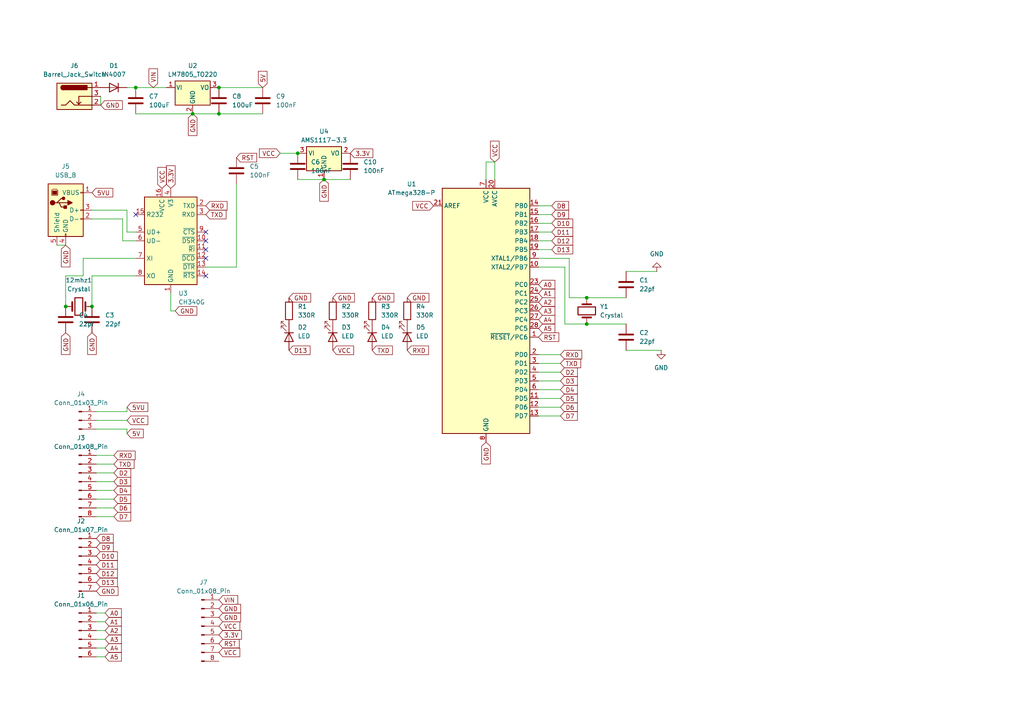
<source format=kicad_sch>
(kicad_sch
	(version 20231120)
	(generator "eeschema")
	(generator_version "8.0")
	(uuid "b50b7768-9da7-41e1-bada-e5ae1f2ba9b1")
	(paper "A4")
	(lib_symbols
		(symbol "Connector:Barrel_Jack_Switch"
			(pin_names hide)
			(exclude_from_sim no)
			(in_bom yes)
			(on_board yes)
			(property "Reference" "J"
				(at 0 5.334 0)
				(effects
					(font
						(size 1.27 1.27)
					)
				)
			)
			(property "Value" "Barrel_Jack_Switch"
				(at 0 -5.08 0)
				(effects
					(font
						(size 1.27 1.27)
					)
				)
			)
			(property "Footprint" ""
				(at 1.27 -1.016 0)
				(effects
					(font
						(size 1.27 1.27)
					)
					(hide yes)
				)
			)
			(property "Datasheet" "~"
				(at 1.27 -1.016 0)
				(effects
					(font
						(size 1.27 1.27)
					)
					(hide yes)
				)
			)
			(property "Description" "DC Barrel Jack with an internal switch"
				(at 0 0 0)
				(effects
					(font
						(size 1.27 1.27)
					)
					(hide yes)
				)
			)
			(property "ki_keywords" "DC power barrel jack connector"
				(at 0 0 0)
				(effects
					(font
						(size 1.27 1.27)
					)
					(hide yes)
				)
			)
			(property "ki_fp_filters" "BarrelJack*"
				(at 0 0 0)
				(effects
					(font
						(size 1.27 1.27)
					)
					(hide yes)
				)
			)
			(symbol "Barrel_Jack_Switch_0_1"
				(rectangle
					(start -5.08 3.81)
					(end 5.08 -3.81)
					(stroke
						(width 0.254)
						(type default)
					)
					(fill
						(type background)
					)
				)
				(arc
					(start -3.302 3.175)
					(mid -3.9343 2.54)
					(end -3.302 1.905)
					(stroke
						(width 0.254)
						(type default)
					)
					(fill
						(type none)
					)
				)
				(arc
					(start -3.302 3.175)
					(mid -3.9343 2.54)
					(end -3.302 1.905)
					(stroke
						(width 0.254)
						(type default)
					)
					(fill
						(type outline)
					)
				)
				(polyline
					(pts
						(xy 1.27 -2.286) (xy 1.905 -1.651)
					)
					(stroke
						(width 0.254)
						(type default)
					)
					(fill
						(type none)
					)
				)
				(polyline
					(pts
						(xy 5.08 2.54) (xy 3.81 2.54)
					)
					(stroke
						(width 0.254)
						(type default)
					)
					(fill
						(type none)
					)
				)
				(polyline
					(pts
						(xy 5.08 0) (xy 1.27 0) (xy 1.27 -2.286) (xy 0.635 -1.651)
					)
					(stroke
						(width 0.254)
						(type default)
					)
					(fill
						(type none)
					)
				)
				(polyline
					(pts
						(xy -3.81 -2.54) (xy -2.54 -2.54) (xy -1.27 -1.27) (xy 0 -2.54) (xy 2.54 -2.54) (xy 5.08 -2.54)
					)
					(stroke
						(width 0.254)
						(type default)
					)
					(fill
						(type none)
					)
				)
				(rectangle
					(start 3.683 3.175)
					(end -3.302 1.905)
					(stroke
						(width 0.254)
						(type default)
					)
					(fill
						(type outline)
					)
				)
			)
			(symbol "Barrel_Jack_Switch_1_1"
				(pin passive line
					(at 7.62 2.54 180)
					(length 2.54)
					(name "~"
						(effects
							(font
								(size 1.27 1.27)
							)
						)
					)
					(number "1"
						(effects
							(font
								(size 1.27 1.27)
							)
						)
					)
				)
				(pin passive line
					(at 7.62 -2.54 180)
					(length 2.54)
					(name "~"
						(effects
							(font
								(size 1.27 1.27)
							)
						)
					)
					(number "2"
						(effects
							(font
								(size 1.27 1.27)
							)
						)
					)
				)
				(pin passive line
					(at 7.62 0 180)
					(length 2.54)
					(name "~"
						(effects
							(font
								(size 1.27 1.27)
							)
						)
					)
					(number "3"
						(effects
							(font
								(size 1.27 1.27)
							)
						)
					)
				)
			)
		)
		(symbol "Connector:Conn_01x03_Pin"
			(pin_names
				(offset 1.016) hide)
			(exclude_from_sim no)
			(in_bom yes)
			(on_board yes)
			(property "Reference" "J"
				(at 0 5.08 0)
				(effects
					(font
						(size 1.27 1.27)
					)
				)
			)
			(property "Value" "Conn_01x03_Pin"
				(at 0 -5.08 0)
				(effects
					(font
						(size 1.27 1.27)
					)
				)
			)
			(property "Footprint" ""
				(at 0 0 0)
				(effects
					(font
						(size 1.27 1.27)
					)
					(hide yes)
				)
			)
			(property "Datasheet" "~"
				(at 0 0 0)
				(effects
					(font
						(size 1.27 1.27)
					)
					(hide yes)
				)
			)
			(property "Description" "Generic connector, single row, 01x03, script generated"
				(at 0 0 0)
				(effects
					(font
						(size 1.27 1.27)
					)
					(hide yes)
				)
			)
			(property "ki_locked" ""
				(at 0 0 0)
				(effects
					(font
						(size 1.27 1.27)
					)
				)
			)
			(property "ki_keywords" "connector"
				(at 0 0 0)
				(effects
					(font
						(size 1.27 1.27)
					)
					(hide yes)
				)
			)
			(property "ki_fp_filters" "Connector*:*_1x??_*"
				(at 0 0 0)
				(effects
					(font
						(size 1.27 1.27)
					)
					(hide yes)
				)
			)
			(symbol "Conn_01x03_Pin_1_1"
				(polyline
					(pts
						(xy 1.27 -2.54) (xy 0.8636 -2.54)
					)
					(stroke
						(width 0.1524)
						(type default)
					)
					(fill
						(type none)
					)
				)
				(polyline
					(pts
						(xy 1.27 0) (xy 0.8636 0)
					)
					(stroke
						(width 0.1524)
						(type default)
					)
					(fill
						(type none)
					)
				)
				(polyline
					(pts
						(xy 1.27 2.54) (xy 0.8636 2.54)
					)
					(stroke
						(width 0.1524)
						(type default)
					)
					(fill
						(type none)
					)
				)
				(rectangle
					(start 0.8636 -2.413)
					(end 0 -2.667)
					(stroke
						(width 0.1524)
						(type default)
					)
					(fill
						(type outline)
					)
				)
				(rectangle
					(start 0.8636 0.127)
					(end 0 -0.127)
					(stroke
						(width 0.1524)
						(type default)
					)
					(fill
						(type outline)
					)
				)
				(rectangle
					(start 0.8636 2.667)
					(end 0 2.413)
					(stroke
						(width 0.1524)
						(type default)
					)
					(fill
						(type outline)
					)
				)
				(pin passive line
					(at 5.08 2.54 180)
					(length 3.81)
					(name "Pin_1"
						(effects
							(font
								(size 1.27 1.27)
							)
						)
					)
					(number "1"
						(effects
							(font
								(size 1.27 1.27)
							)
						)
					)
				)
				(pin passive line
					(at 5.08 0 180)
					(length 3.81)
					(name "Pin_2"
						(effects
							(font
								(size 1.27 1.27)
							)
						)
					)
					(number "2"
						(effects
							(font
								(size 1.27 1.27)
							)
						)
					)
				)
				(pin passive line
					(at 5.08 -2.54 180)
					(length 3.81)
					(name "Pin_3"
						(effects
							(font
								(size 1.27 1.27)
							)
						)
					)
					(number "3"
						(effects
							(font
								(size 1.27 1.27)
							)
						)
					)
				)
			)
		)
		(symbol "Connector:Conn_01x06_Pin"
			(pin_names
				(offset 1.016) hide)
			(exclude_from_sim no)
			(in_bom yes)
			(on_board yes)
			(property "Reference" "J"
				(at 0 7.62 0)
				(effects
					(font
						(size 1.27 1.27)
					)
				)
			)
			(property "Value" "Conn_01x06_Pin"
				(at 0 -10.16 0)
				(effects
					(font
						(size 1.27 1.27)
					)
				)
			)
			(property "Footprint" ""
				(at 0 0 0)
				(effects
					(font
						(size 1.27 1.27)
					)
					(hide yes)
				)
			)
			(property "Datasheet" "~"
				(at 0 0 0)
				(effects
					(font
						(size 1.27 1.27)
					)
					(hide yes)
				)
			)
			(property "Description" "Generic connector, single row, 01x06, script generated"
				(at 0 0 0)
				(effects
					(font
						(size 1.27 1.27)
					)
					(hide yes)
				)
			)
			(property "ki_locked" ""
				(at 0 0 0)
				(effects
					(font
						(size 1.27 1.27)
					)
				)
			)
			(property "ki_keywords" "connector"
				(at 0 0 0)
				(effects
					(font
						(size 1.27 1.27)
					)
					(hide yes)
				)
			)
			(property "ki_fp_filters" "Connector*:*_1x??_*"
				(at 0 0 0)
				(effects
					(font
						(size 1.27 1.27)
					)
					(hide yes)
				)
			)
			(symbol "Conn_01x06_Pin_1_1"
				(polyline
					(pts
						(xy 1.27 -7.62) (xy 0.8636 -7.62)
					)
					(stroke
						(width 0.1524)
						(type default)
					)
					(fill
						(type none)
					)
				)
				(polyline
					(pts
						(xy 1.27 -5.08) (xy 0.8636 -5.08)
					)
					(stroke
						(width 0.1524)
						(type default)
					)
					(fill
						(type none)
					)
				)
				(polyline
					(pts
						(xy 1.27 -2.54) (xy 0.8636 -2.54)
					)
					(stroke
						(width 0.1524)
						(type default)
					)
					(fill
						(type none)
					)
				)
				(polyline
					(pts
						(xy 1.27 0) (xy 0.8636 0)
					)
					(stroke
						(width 0.1524)
						(type default)
					)
					(fill
						(type none)
					)
				)
				(polyline
					(pts
						(xy 1.27 2.54) (xy 0.8636 2.54)
					)
					(stroke
						(width 0.1524)
						(type default)
					)
					(fill
						(type none)
					)
				)
				(polyline
					(pts
						(xy 1.27 5.08) (xy 0.8636 5.08)
					)
					(stroke
						(width 0.1524)
						(type default)
					)
					(fill
						(type none)
					)
				)
				(rectangle
					(start 0.8636 -7.493)
					(end 0 -7.747)
					(stroke
						(width 0.1524)
						(type default)
					)
					(fill
						(type outline)
					)
				)
				(rectangle
					(start 0.8636 -4.953)
					(end 0 -5.207)
					(stroke
						(width 0.1524)
						(type default)
					)
					(fill
						(type outline)
					)
				)
				(rectangle
					(start 0.8636 -2.413)
					(end 0 -2.667)
					(stroke
						(width 0.1524)
						(type default)
					)
					(fill
						(type outline)
					)
				)
				(rectangle
					(start 0.8636 0.127)
					(end 0 -0.127)
					(stroke
						(width 0.1524)
						(type default)
					)
					(fill
						(type outline)
					)
				)
				(rectangle
					(start 0.8636 2.667)
					(end 0 2.413)
					(stroke
						(width 0.1524)
						(type default)
					)
					(fill
						(type outline)
					)
				)
				(rectangle
					(start 0.8636 5.207)
					(end 0 4.953)
					(stroke
						(width 0.1524)
						(type default)
					)
					(fill
						(type outline)
					)
				)
				(pin passive line
					(at 5.08 5.08 180)
					(length 3.81)
					(name "Pin_1"
						(effects
							(font
								(size 1.27 1.27)
							)
						)
					)
					(number "1"
						(effects
							(font
								(size 1.27 1.27)
							)
						)
					)
				)
				(pin passive line
					(at 5.08 2.54 180)
					(length 3.81)
					(name "Pin_2"
						(effects
							(font
								(size 1.27 1.27)
							)
						)
					)
					(number "2"
						(effects
							(font
								(size 1.27 1.27)
							)
						)
					)
				)
				(pin passive line
					(at 5.08 0 180)
					(length 3.81)
					(name "Pin_3"
						(effects
							(font
								(size 1.27 1.27)
							)
						)
					)
					(number "3"
						(effects
							(font
								(size 1.27 1.27)
							)
						)
					)
				)
				(pin passive line
					(at 5.08 -2.54 180)
					(length 3.81)
					(name "Pin_4"
						(effects
							(font
								(size 1.27 1.27)
							)
						)
					)
					(number "4"
						(effects
							(font
								(size 1.27 1.27)
							)
						)
					)
				)
				(pin passive line
					(at 5.08 -5.08 180)
					(length 3.81)
					(name "Pin_5"
						(effects
							(font
								(size 1.27 1.27)
							)
						)
					)
					(number "5"
						(effects
							(font
								(size 1.27 1.27)
							)
						)
					)
				)
				(pin passive line
					(at 5.08 -7.62 180)
					(length 3.81)
					(name "Pin_6"
						(effects
							(font
								(size 1.27 1.27)
							)
						)
					)
					(number "6"
						(effects
							(font
								(size 1.27 1.27)
							)
						)
					)
				)
			)
		)
		(symbol "Connector:Conn_01x07_Pin"
			(pin_names
				(offset 1.016) hide)
			(exclude_from_sim no)
			(in_bom yes)
			(on_board yes)
			(property "Reference" "J"
				(at 0 10.16 0)
				(effects
					(font
						(size 1.27 1.27)
					)
				)
			)
			(property "Value" "Conn_01x07_Pin"
				(at 0 -10.16 0)
				(effects
					(font
						(size 1.27 1.27)
					)
				)
			)
			(property "Footprint" ""
				(at 0 0 0)
				(effects
					(font
						(size 1.27 1.27)
					)
					(hide yes)
				)
			)
			(property "Datasheet" "~"
				(at 0 0 0)
				(effects
					(font
						(size 1.27 1.27)
					)
					(hide yes)
				)
			)
			(property "Description" "Generic connector, single row, 01x07, script generated"
				(at 0 0 0)
				(effects
					(font
						(size 1.27 1.27)
					)
					(hide yes)
				)
			)
			(property "ki_locked" ""
				(at 0 0 0)
				(effects
					(font
						(size 1.27 1.27)
					)
				)
			)
			(property "ki_keywords" "connector"
				(at 0 0 0)
				(effects
					(font
						(size 1.27 1.27)
					)
					(hide yes)
				)
			)
			(property "ki_fp_filters" "Connector*:*_1x??_*"
				(at 0 0 0)
				(effects
					(font
						(size 1.27 1.27)
					)
					(hide yes)
				)
			)
			(symbol "Conn_01x07_Pin_1_1"
				(polyline
					(pts
						(xy 1.27 -7.62) (xy 0.8636 -7.62)
					)
					(stroke
						(width 0.1524)
						(type default)
					)
					(fill
						(type none)
					)
				)
				(polyline
					(pts
						(xy 1.27 -5.08) (xy 0.8636 -5.08)
					)
					(stroke
						(width 0.1524)
						(type default)
					)
					(fill
						(type none)
					)
				)
				(polyline
					(pts
						(xy 1.27 -2.54) (xy 0.8636 -2.54)
					)
					(stroke
						(width 0.1524)
						(type default)
					)
					(fill
						(type none)
					)
				)
				(polyline
					(pts
						(xy 1.27 0) (xy 0.8636 0)
					)
					(stroke
						(width 0.1524)
						(type default)
					)
					(fill
						(type none)
					)
				)
				(polyline
					(pts
						(xy 1.27 2.54) (xy 0.8636 2.54)
					)
					(stroke
						(width 0.1524)
						(type default)
					)
					(fill
						(type none)
					)
				)
				(polyline
					(pts
						(xy 1.27 5.08) (xy 0.8636 5.08)
					)
					(stroke
						(width 0.1524)
						(type default)
					)
					(fill
						(type none)
					)
				)
				(polyline
					(pts
						(xy 1.27 7.62) (xy 0.8636 7.62)
					)
					(stroke
						(width 0.1524)
						(type default)
					)
					(fill
						(type none)
					)
				)
				(rectangle
					(start 0.8636 -7.493)
					(end 0 -7.747)
					(stroke
						(width 0.1524)
						(type default)
					)
					(fill
						(type outline)
					)
				)
				(rectangle
					(start 0.8636 -4.953)
					(end 0 -5.207)
					(stroke
						(width 0.1524)
						(type default)
					)
					(fill
						(type outline)
					)
				)
				(rectangle
					(start 0.8636 -2.413)
					(end 0 -2.667)
					(stroke
						(width 0.1524)
						(type default)
					)
					(fill
						(type outline)
					)
				)
				(rectangle
					(start 0.8636 0.127)
					(end 0 -0.127)
					(stroke
						(width 0.1524)
						(type default)
					)
					(fill
						(type outline)
					)
				)
				(rectangle
					(start 0.8636 2.667)
					(end 0 2.413)
					(stroke
						(width 0.1524)
						(type default)
					)
					(fill
						(type outline)
					)
				)
				(rectangle
					(start 0.8636 5.207)
					(end 0 4.953)
					(stroke
						(width 0.1524)
						(type default)
					)
					(fill
						(type outline)
					)
				)
				(rectangle
					(start 0.8636 7.747)
					(end 0 7.493)
					(stroke
						(width 0.1524)
						(type default)
					)
					(fill
						(type outline)
					)
				)
				(pin passive line
					(at 5.08 7.62 180)
					(length 3.81)
					(name "Pin_1"
						(effects
							(font
								(size 1.27 1.27)
							)
						)
					)
					(number "1"
						(effects
							(font
								(size 1.27 1.27)
							)
						)
					)
				)
				(pin passive line
					(at 5.08 5.08 180)
					(length 3.81)
					(name "Pin_2"
						(effects
							(font
								(size 1.27 1.27)
							)
						)
					)
					(number "2"
						(effects
							(font
								(size 1.27 1.27)
							)
						)
					)
				)
				(pin passive line
					(at 5.08 2.54 180)
					(length 3.81)
					(name "Pin_3"
						(effects
							(font
								(size 1.27 1.27)
							)
						)
					)
					(number "3"
						(effects
							(font
								(size 1.27 1.27)
							)
						)
					)
				)
				(pin passive line
					(at 5.08 0 180)
					(length 3.81)
					(name "Pin_4"
						(effects
							(font
								(size 1.27 1.27)
							)
						)
					)
					(number "4"
						(effects
							(font
								(size 1.27 1.27)
							)
						)
					)
				)
				(pin passive line
					(at 5.08 -2.54 180)
					(length 3.81)
					(name "Pin_5"
						(effects
							(font
								(size 1.27 1.27)
							)
						)
					)
					(number "5"
						(effects
							(font
								(size 1.27 1.27)
							)
						)
					)
				)
				(pin passive line
					(at 5.08 -5.08 180)
					(length 3.81)
					(name "Pin_6"
						(effects
							(font
								(size 1.27 1.27)
							)
						)
					)
					(number "6"
						(effects
							(font
								(size 1.27 1.27)
							)
						)
					)
				)
				(pin passive line
					(at 5.08 -7.62 180)
					(length 3.81)
					(name "Pin_7"
						(effects
							(font
								(size 1.27 1.27)
							)
						)
					)
					(number "7"
						(effects
							(font
								(size 1.27 1.27)
							)
						)
					)
				)
			)
		)
		(symbol "Connector:Conn_01x08_Pin"
			(pin_names
				(offset 1.016) hide)
			(exclude_from_sim no)
			(in_bom yes)
			(on_board yes)
			(property "Reference" "J"
				(at 0 10.16 0)
				(effects
					(font
						(size 1.27 1.27)
					)
				)
			)
			(property "Value" "Conn_01x08_Pin"
				(at 0 -12.7 0)
				(effects
					(font
						(size 1.27 1.27)
					)
				)
			)
			(property "Footprint" ""
				(at 0 0 0)
				(effects
					(font
						(size 1.27 1.27)
					)
					(hide yes)
				)
			)
			(property "Datasheet" "~"
				(at 0 0 0)
				(effects
					(font
						(size 1.27 1.27)
					)
					(hide yes)
				)
			)
			(property "Description" "Generic connector, single row, 01x08, script generated"
				(at 0 0 0)
				(effects
					(font
						(size 1.27 1.27)
					)
					(hide yes)
				)
			)
			(property "ki_locked" ""
				(at 0 0 0)
				(effects
					(font
						(size 1.27 1.27)
					)
				)
			)
			(property "ki_keywords" "connector"
				(at 0 0 0)
				(effects
					(font
						(size 1.27 1.27)
					)
					(hide yes)
				)
			)
			(property "ki_fp_filters" "Connector*:*_1x??_*"
				(at 0 0 0)
				(effects
					(font
						(size 1.27 1.27)
					)
					(hide yes)
				)
			)
			(symbol "Conn_01x08_Pin_1_1"
				(polyline
					(pts
						(xy 1.27 -10.16) (xy 0.8636 -10.16)
					)
					(stroke
						(width 0.1524)
						(type default)
					)
					(fill
						(type none)
					)
				)
				(polyline
					(pts
						(xy 1.27 -7.62) (xy 0.8636 -7.62)
					)
					(stroke
						(width 0.1524)
						(type default)
					)
					(fill
						(type none)
					)
				)
				(polyline
					(pts
						(xy 1.27 -5.08) (xy 0.8636 -5.08)
					)
					(stroke
						(width 0.1524)
						(type default)
					)
					(fill
						(type none)
					)
				)
				(polyline
					(pts
						(xy 1.27 -2.54) (xy 0.8636 -2.54)
					)
					(stroke
						(width 0.1524)
						(type default)
					)
					(fill
						(type none)
					)
				)
				(polyline
					(pts
						(xy 1.27 0) (xy 0.8636 0)
					)
					(stroke
						(width 0.1524)
						(type default)
					)
					(fill
						(type none)
					)
				)
				(polyline
					(pts
						(xy 1.27 2.54) (xy 0.8636 2.54)
					)
					(stroke
						(width 0.1524)
						(type default)
					)
					(fill
						(type none)
					)
				)
				(polyline
					(pts
						(xy 1.27 5.08) (xy 0.8636 5.08)
					)
					(stroke
						(width 0.1524)
						(type default)
					)
					(fill
						(type none)
					)
				)
				(polyline
					(pts
						(xy 1.27 7.62) (xy 0.8636 7.62)
					)
					(stroke
						(width 0.1524)
						(type default)
					)
					(fill
						(type none)
					)
				)
				(rectangle
					(start 0.8636 -10.033)
					(end 0 -10.287)
					(stroke
						(width 0.1524)
						(type default)
					)
					(fill
						(type outline)
					)
				)
				(rectangle
					(start 0.8636 -7.493)
					(end 0 -7.747)
					(stroke
						(width 0.1524)
						(type default)
					)
					(fill
						(type outline)
					)
				)
				(rectangle
					(start 0.8636 -4.953)
					(end 0 -5.207)
					(stroke
						(width 0.1524)
						(type default)
					)
					(fill
						(type outline)
					)
				)
				(rectangle
					(start 0.8636 -2.413)
					(end 0 -2.667)
					(stroke
						(width 0.1524)
						(type default)
					)
					(fill
						(type outline)
					)
				)
				(rectangle
					(start 0.8636 0.127)
					(end 0 -0.127)
					(stroke
						(width 0.1524)
						(type default)
					)
					(fill
						(type outline)
					)
				)
				(rectangle
					(start 0.8636 2.667)
					(end 0 2.413)
					(stroke
						(width 0.1524)
						(type default)
					)
					(fill
						(type outline)
					)
				)
				(rectangle
					(start 0.8636 5.207)
					(end 0 4.953)
					(stroke
						(width 0.1524)
						(type default)
					)
					(fill
						(type outline)
					)
				)
				(rectangle
					(start 0.8636 7.747)
					(end 0 7.493)
					(stroke
						(width 0.1524)
						(type default)
					)
					(fill
						(type outline)
					)
				)
				(pin passive line
					(at 5.08 7.62 180)
					(length 3.81)
					(name "Pin_1"
						(effects
							(font
								(size 1.27 1.27)
							)
						)
					)
					(number "1"
						(effects
							(font
								(size 1.27 1.27)
							)
						)
					)
				)
				(pin passive line
					(at 5.08 5.08 180)
					(length 3.81)
					(name "Pin_2"
						(effects
							(font
								(size 1.27 1.27)
							)
						)
					)
					(number "2"
						(effects
							(font
								(size 1.27 1.27)
							)
						)
					)
				)
				(pin passive line
					(at 5.08 2.54 180)
					(length 3.81)
					(name "Pin_3"
						(effects
							(font
								(size 1.27 1.27)
							)
						)
					)
					(number "3"
						(effects
							(font
								(size 1.27 1.27)
							)
						)
					)
				)
				(pin passive line
					(at 5.08 0 180)
					(length 3.81)
					(name "Pin_4"
						(effects
							(font
								(size 1.27 1.27)
							)
						)
					)
					(number "4"
						(effects
							(font
								(size 1.27 1.27)
							)
						)
					)
				)
				(pin passive line
					(at 5.08 -2.54 180)
					(length 3.81)
					(name "Pin_5"
						(effects
							(font
								(size 1.27 1.27)
							)
						)
					)
					(number "5"
						(effects
							(font
								(size 1.27 1.27)
							)
						)
					)
				)
				(pin passive line
					(at 5.08 -5.08 180)
					(length 3.81)
					(name "Pin_6"
						(effects
							(font
								(size 1.27 1.27)
							)
						)
					)
					(number "6"
						(effects
							(font
								(size 1.27 1.27)
							)
						)
					)
				)
				(pin passive line
					(at 5.08 -7.62 180)
					(length 3.81)
					(name "Pin_7"
						(effects
							(font
								(size 1.27 1.27)
							)
						)
					)
					(number "7"
						(effects
							(font
								(size 1.27 1.27)
							)
						)
					)
				)
				(pin passive line
					(at 5.08 -10.16 180)
					(length 3.81)
					(name "Pin_8"
						(effects
							(font
								(size 1.27 1.27)
							)
						)
					)
					(number "8"
						(effects
							(font
								(size 1.27 1.27)
							)
						)
					)
				)
			)
		)
		(symbol "Connector:USB_B"
			(pin_names
				(offset 1.016)
			)
			(exclude_from_sim no)
			(in_bom yes)
			(on_board yes)
			(property "Reference" "J"
				(at -5.08 11.43 0)
				(effects
					(font
						(size 1.27 1.27)
					)
					(justify left)
				)
			)
			(property "Value" "USB_B"
				(at -5.08 8.89 0)
				(effects
					(font
						(size 1.27 1.27)
					)
					(justify left)
				)
			)
			(property "Footprint" ""
				(at 3.81 -1.27 0)
				(effects
					(font
						(size 1.27 1.27)
					)
					(hide yes)
				)
			)
			(property "Datasheet" " ~"
				(at 3.81 -1.27 0)
				(effects
					(font
						(size 1.27 1.27)
					)
					(hide yes)
				)
			)
			(property "Description" "USB Type B connector"
				(at 0 0 0)
				(effects
					(font
						(size 1.27 1.27)
					)
					(hide yes)
				)
			)
			(property "ki_keywords" "connector USB"
				(at 0 0 0)
				(effects
					(font
						(size 1.27 1.27)
					)
					(hide yes)
				)
			)
			(property "ki_fp_filters" "USB*"
				(at 0 0 0)
				(effects
					(font
						(size 1.27 1.27)
					)
					(hide yes)
				)
			)
			(symbol "USB_B_0_1"
				(rectangle
					(start -5.08 -7.62)
					(end 5.08 7.62)
					(stroke
						(width 0.254)
						(type default)
					)
					(fill
						(type background)
					)
				)
				(circle
					(center -3.81 2.159)
					(radius 0.635)
					(stroke
						(width 0.254)
						(type default)
					)
					(fill
						(type outline)
					)
				)
				(rectangle
					(start -3.81 5.588)
					(end -2.54 4.572)
					(stroke
						(width 0)
						(type default)
					)
					(fill
						(type outline)
					)
				)
				(circle
					(center -0.635 3.429)
					(radius 0.381)
					(stroke
						(width 0.254)
						(type default)
					)
					(fill
						(type outline)
					)
				)
				(rectangle
					(start -0.127 -7.62)
					(end 0.127 -6.858)
					(stroke
						(width 0)
						(type default)
					)
					(fill
						(type none)
					)
				)
				(polyline
					(pts
						(xy -1.905 2.159) (xy 0.635 2.159)
					)
					(stroke
						(width 0.254)
						(type default)
					)
					(fill
						(type none)
					)
				)
				(polyline
					(pts
						(xy -3.175 2.159) (xy -2.54 2.159) (xy -1.27 3.429) (xy -0.635 3.429)
					)
					(stroke
						(width 0.254)
						(type default)
					)
					(fill
						(type none)
					)
				)
				(polyline
					(pts
						(xy -2.54 2.159) (xy -1.905 2.159) (xy -1.27 0.889) (xy 0 0.889)
					)
					(stroke
						(width 0.254)
						(type default)
					)
					(fill
						(type none)
					)
				)
				(polyline
					(pts
						(xy 0.635 2.794) (xy 0.635 1.524) (xy 1.905 2.159) (xy 0.635 2.794)
					)
					(stroke
						(width 0.254)
						(type default)
					)
					(fill
						(type outline)
					)
				)
				(polyline
					(pts
						(xy -4.064 4.318) (xy -2.286 4.318) (xy -2.286 5.715) (xy -2.667 6.096) (xy -3.683 6.096) (xy -4.064 5.715)
						(xy -4.064 4.318)
					)
					(stroke
						(width 0)
						(type default)
					)
					(fill
						(type none)
					)
				)
				(rectangle
					(start 0.254 1.27)
					(end -0.508 0.508)
					(stroke
						(width 0.254)
						(type default)
					)
					(fill
						(type outline)
					)
				)
				(rectangle
					(start 5.08 -2.667)
					(end 4.318 -2.413)
					(stroke
						(width 0)
						(type default)
					)
					(fill
						(type none)
					)
				)
				(rectangle
					(start 5.08 -0.127)
					(end 4.318 0.127)
					(stroke
						(width 0)
						(type default)
					)
					(fill
						(type none)
					)
				)
				(rectangle
					(start 5.08 4.953)
					(end 4.318 5.207)
					(stroke
						(width 0)
						(type default)
					)
					(fill
						(type none)
					)
				)
			)
			(symbol "USB_B_1_1"
				(pin power_out line
					(at 7.62 5.08 180)
					(length 2.54)
					(name "VBUS"
						(effects
							(font
								(size 1.27 1.27)
							)
						)
					)
					(number "1"
						(effects
							(font
								(size 1.27 1.27)
							)
						)
					)
				)
				(pin bidirectional line
					(at 7.62 -2.54 180)
					(length 2.54)
					(name "D-"
						(effects
							(font
								(size 1.27 1.27)
							)
						)
					)
					(number "2"
						(effects
							(font
								(size 1.27 1.27)
							)
						)
					)
				)
				(pin bidirectional line
					(at 7.62 0 180)
					(length 2.54)
					(name "D+"
						(effects
							(font
								(size 1.27 1.27)
							)
						)
					)
					(number "3"
						(effects
							(font
								(size 1.27 1.27)
							)
						)
					)
				)
				(pin power_out line
					(at 0 -10.16 90)
					(length 2.54)
					(name "GND"
						(effects
							(font
								(size 1.27 1.27)
							)
						)
					)
					(number "4"
						(effects
							(font
								(size 1.27 1.27)
							)
						)
					)
				)
				(pin passive line
					(at -2.54 -10.16 90)
					(length 2.54)
					(name "Shield"
						(effects
							(font
								(size 1.27 1.27)
							)
						)
					)
					(number "5"
						(effects
							(font
								(size 1.27 1.27)
							)
						)
					)
				)
			)
		)
		(symbol "Device:C"
			(pin_numbers hide)
			(pin_names
				(offset 0.254)
			)
			(exclude_from_sim no)
			(in_bom yes)
			(on_board yes)
			(property "Reference" "C"
				(at 0.635 2.54 0)
				(effects
					(font
						(size 1.27 1.27)
					)
					(justify left)
				)
			)
			(property "Value" "C"
				(at 0.635 -2.54 0)
				(effects
					(font
						(size 1.27 1.27)
					)
					(justify left)
				)
			)
			(property "Footprint" ""
				(at 0.9652 -3.81 0)
				(effects
					(font
						(size 1.27 1.27)
					)
					(hide yes)
				)
			)
			(property "Datasheet" "~"
				(at 0 0 0)
				(effects
					(font
						(size 1.27 1.27)
					)
					(hide yes)
				)
			)
			(property "Description" "Unpolarized capacitor"
				(at 0 0 0)
				(effects
					(font
						(size 1.27 1.27)
					)
					(hide yes)
				)
			)
			(property "ki_keywords" "cap capacitor"
				(at 0 0 0)
				(effects
					(font
						(size 1.27 1.27)
					)
					(hide yes)
				)
			)
			(property "ki_fp_filters" "C_*"
				(at 0 0 0)
				(effects
					(font
						(size 1.27 1.27)
					)
					(hide yes)
				)
			)
			(symbol "C_0_1"
				(polyline
					(pts
						(xy -2.032 -0.762) (xy 2.032 -0.762)
					)
					(stroke
						(width 0.508)
						(type default)
					)
					(fill
						(type none)
					)
				)
				(polyline
					(pts
						(xy -2.032 0.762) (xy 2.032 0.762)
					)
					(stroke
						(width 0.508)
						(type default)
					)
					(fill
						(type none)
					)
				)
			)
			(symbol "C_1_1"
				(pin passive line
					(at 0 3.81 270)
					(length 2.794)
					(name "~"
						(effects
							(font
								(size 1.27 1.27)
							)
						)
					)
					(number "1"
						(effects
							(font
								(size 1.27 1.27)
							)
						)
					)
				)
				(pin passive line
					(at 0 -3.81 90)
					(length 2.794)
					(name "~"
						(effects
							(font
								(size 1.27 1.27)
							)
						)
					)
					(number "2"
						(effects
							(font
								(size 1.27 1.27)
							)
						)
					)
				)
			)
		)
		(symbol "Device:Crystal"
			(pin_numbers hide)
			(pin_names
				(offset 1.016) hide)
			(exclude_from_sim no)
			(in_bom yes)
			(on_board yes)
			(property "Reference" "Y"
				(at 0 3.81 0)
				(effects
					(font
						(size 1.27 1.27)
					)
				)
			)
			(property "Value" "Crystal"
				(at 0 -3.81 0)
				(effects
					(font
						(size 1.27 1.27)
					)
				)
			)
			(property "Footprint" ""
				(at 0 0 0)
				(effects
					(font
						(size 1.27 1.27)
					)
					(hide yes)
				)
			)
			(property "Datasheet" "~"
				(at 0 0 0)
				(effects
					(font
						(size 1.27 1.27)
					)
					(hide yes)
				)
			)
			(property "Description" "Two pin crystal"
				(at 0 0 0)
				(effects
					(font
						(size 1.27 1.27)
					)
					(hide yes)
				)
			)
			(property "ki_keywords" "quartz ceramic resonator oscillator"
				(at 0 0 0)
				(effects
					(font
						(size 1.27 1.27)
					)
					(hide yes)
				)
			)
			(property "ki_fp_filters" "Crystal*"
				(at 0 0 0)
				(effects
					(font
						(size 1.27 1.27)
					)
					(hide yes)
				)
			)
			(symbol "Crystal_0_1"
				(rectangle
					(start -1.143 2.54)
					(end 1.143 -2.54)
					(stroke
						(width 0.3048)
						(type default)
					)
					(fill
						(type none)
					)
				)
				(polyline
					(pts
						(xy -2.54 0) (xy -1.905 0)
					)
					(stroke
						(width 0)
						(type default)
					)
					(fill
						(type none)
					)
				)
				(polyline
					(pts
						(xy -1.905 -1.27) (xy -1.905 1.27)
					)
					(stroke
						(width 0.508)
						(type default)
					)
					(fill
						(type none)
					)
				)
				(polyline
					(pts
						(xy 1.905 -1.27) (xy 1.905 1.27)
					)
					(stroke
						(width 0.508)
						(type default)
					)
					(fill
						(type none)
					)
				)
				(polyline
					(pts
						(xy 2.54 0) (xy 1.905 0)
					)
					(stroke
						(width 0)
						(type default)
					)
					(fill
						(type none)
					)
				)
			)
			(symbol "Crystal_1_1"
				(pin passive line
					(at -3.81 0 0)
					(length 1.27)
					(name "1"
						(effects
							(font
								(size 1.27 1.27)
							)
						)
					)
					(number "1"
						(effects
							(font
								(size 1.27 1.27)
							)
						)
					)
				)
				(pin passive line
					(at 3.81 0 180)
					(length 1.27)
					(name "2"
						(effects
							(font
								(size 1.27 1.27)
							)
						)
					)
					(number "2"
						(effects
							(font
								(size 1.27 1.27)
							)
						)
					)
				)
			)
		)
		(symbol "Device:D"
			(pin_numbers hide)
			(pin_names
				(offset 1.016) hide)
			(exclude_from_sim no)
			(in_bom yes)
			(on_board yes)
			(property "Reference" "D"
				(at 0 2.54 0)
				(effects
					(font
						(size 1.27 1.27)
					)
				)
			)
			(property "Value" "D"
				(at 0 -2.54 0)
				(effects
					(font
						(size 1.27 1.27)
					)
				)
			)
			(property "Footprint" ""
				(at 0 0 0)
				(effects
					(font
						(size 1.27 1.27)
					)
					(hide yes)
				)
			)
			(property "Datasheet" "~"
				(at 0 0 0)
				(effects
					(font
						(size 1.27 1.27)
					)
					(hide yes)
				)
			)
			(property "Description" "Diode"
				(at 0 0 0)
				(effects
					(font
						(size 1.27 1.27)
					)
					(hide yes)
				)
			)
			(property "Sim.Device" "D"
				(at 0 0 0)
				(effects
					(font
						(size 1.27 1.27)
					)
					(hide yes)
				)
			)
			(property "Sim.Pins" "1=K 2=A"
				(at 0 0 0)
				(effects
					(font
						(size 1.27 1.27)
					)
					(hide yes)
				)
			)
			(property "ki_keywords" "diode"
				(at 0 0 0)
				(effects
					(font
						(size 1.27 1.27)
					)
					(hide yes)
				)
			)
			(property "ki_fp_filters" "TO-???* *_Diode_* *SingleDiode* D_*"
				(at 0 0 0)
				(effects
					(font
						(size 1.27 1.27)
					)
					(hide yes)
				)
			)
			(symbol "D_0_1"
				(polyline
					(pts
						(xy -1.27 1.27) (xy -1.27 -1.27)
					)
					(stroke
						(width 0.254)
						(type default)
					)
					(fill
						(type none)
					)
				)
				(polyline
					(pts
						(xy 1.27 0) (xy -1.27 0)
					)
					(stroke
						(width 0)
						(type default)
					)
					(fill
						(type none)
					)
				)
				(polyline
					(pts
						(xy 1.27 1.27) (xy 1.27 -1.27) (xy -1.27 0) (xy 1.27 1.27)
					)
					(stroke
						(width 0.254)
						(type default)
					)
					(fill
						(type none)
					)
				)
			)
			(symbol "D_1_1"
				(pin passive line
					(at -3.81 0 0)
					(length 2.54)
					(name "K"
						(effects
							(font
								(size 1.27 1.27)
							)
						)
					)
					(number "1"
						(effects
							(font
								(size 1.27 1.27)
							)
						)
					)
				)
				(pin passive line
					(at 3.81 0 180)
					(length 2.54)
					(name "A"
						(effects
							(font
								(size 1.27 1.27)
							)
						)
					)
					(number "2"
						(effects
							(font
								(size 1.27 1.27)
							)
						)
					)
				)
			)
		)
		(symbol "Device:LED"
			(pin_numbers hide)
			(pin_names
				(offset 1.016) hide)
			(exclude_from_sim no)
			(in_bom yes)
			(on_board yes)
			(property "Reference" "D"
				(at 0 2.54 0)
				(effects
					(font
						(size 1.27 1.27)
					)
				)
			)
			(property "Value" "LED"
				(at 0 -2.54 0)
				(effects
					(font
						(size 1.27 1.27)
					)
				)
			)
			(property "Footprint" ""
				(at 0 0 0)
				(effects
					(font
						(size 1.27 1.27)
					)
					(hide yes)
				)
			)
			(property "Datasheet" "~"
				(at 0 0 0)
				(effects
					(font
						(size 1.27 1.27)
					)
					(hide yes)
				)
			)
			(property "Description" "Light emitting diode"
				(at 0 0 0)
				(effects
					(font
						(size 1.27 1.27)
					)
					(hide yes)
				)
			)
			(property "ki_keywords" "LED diode"
				(at 0 0 0)
				(effects
					(font
						(size 1.27 1.27)
					)
					(hide yes)
				)
			)
			(property "ki_fp_filters" "LED* LED_SMD:* LED_THT:*"
				(at 0 0 0)
				(effects
					(font
						(size 1.27 1.27)
					)
					(hide yes)
				)
			)
			(symbol "LED_0_1"
				(polyline
					(pts
						(xy -1.27 -1.27) (xy -1.27 1.27)
					)
					(stroke
						(width 0.254)
						(type default)
					)
					(fill
						(type none)
					)
				)
				(polyline
					(pts
						(xy -1.27 0) (xy 1.27 0)
					)
					(stroke
						(width 0)
						(type default)
					)
					(fill
						(type none)
					)
				)
				(polyline
					(pts
						(xy 1.27 -1.27) (xy 1.27 1.27) (xy -1.27 0) (xy 1.27 -1.27)
					)
					(stroke
						(width 0.254)
						(type default)
					)
					(fill
						(type none)
					)
				)
				(polyline
					(pts
						(xy -3.048 -0.762) (xy -4.572 -2.286) (xy -3.81 -2.286) (xy -4.572 -2.286) (xy -4.572 -1.524)
					)
					(stroke
						(width 0)
						(type default)
					)
					(fill
						(type none)
					)
				)
				(polyline
					(pts
						(xy -1.778 -0.762) (xy -3.302 -2.286) (xy -2.54 -2.286) (xy -3.302 -2.286) (xy -3.302 -1.524)
					)
					(stroke
						(width 0)
						(type default)
					)
					(fill
						(type none)
					)
				)
			)
			(symbol "LED_1_1"
				(pin passive line
					(at -3.81 0 0)
					(length 2.54)
					(name "K"
						(effects
							(font
								(size 1.27 1.27)
							)
						)
					)
					(number "1"
						(effects
							(font
								(size 1.27 1.27)
							)
						)
					)
				)
				(pin passive line
					(at 3.81 0 180)
					(length 2.54)
					(name "A"
						(effects
							(font
								(size 1.27 1.27)
							)
						)
					)
					(number "2"
						(effects
							(font
								(size 1.27 1.27)
							)
						)
					)
				)
			)
		)
		(symbol "Device:R"
			(pin_numbers hide)
			(pin_names
				(offset 0)
			)
			(exclude_from_sim no)
			(in_bom yes)
			(on_board yes)
			(property "Reference" "R"
				(at 2.032 0 90)
				(effects
					(font
						(size 1.27 1.27)
					)
				)
			)
			(property "Value" "R"
				(at 0 0 90)
				(effects
					(font
						(size 1.27 1.27)
					)
				)
			)
			(property "Footprint" ""
				(at -1.778 0 90)
				(effects
					(font
						(size 1.27 1.27)
					)
					(hide yes)
				)
			)
			(property "Datasheet" "~"
				(at 0 0 0)
				(effects
					(font
						(size 1.27 1.27)
					)
					(hide yes)
				)
			)
			(property "Description" "Resistor"
				(at 0 0 0)
				(effects
					(font
						(size 1.27 1.27)
					)
					(hide yes)
				)
			)
			(property "ki_keywords" "R res resistor"
				(at 0 0 0)
				(effects
					(font
						(size 1.27 1.27)
					)
					(hide yes)
				)
			)
			(property "ki_fp_filters" "R_*"
				(at 0 0 0)
				(effects
					(font
						(size 1.27 1.27)
					)
					(hide yes)
				)
			)
			(symbol "R_0_1"
				(rectangle
					(start -1.016 -2.54)
					(end 1.016 2.54)
					(stroke
						(width 0.254)
						(type default)
					)
					(fill
						(type none)
					)
				)
			)
			(symbol "R_1_1"
				(pin passive line
					(at 0 3.81 270)
					(length 1.27)
					(name "~"
						(effects
							(font
								(size 1.27 1.27)
							)
						)
					)
					(number "1"
						(effects
							(font
								(size 1.27 1.27)
							)
						)
					)
				)
				(pin passive line
					(at 0 -3.81 90)
					(length 1.27)
					(name "~"
						(effects
							(font
								(size 1.27 1.27)
							)
						)
					)
					(number "2"
						(effects
							(font
								(size 1.27 1.27)
							)
						)
					)
				)
			)
		)
		(symbol "Interface_USB:CH340G"
			(exclude_from_sim no)
			(in_bom yes)
			(on_board yes)
			(property "Reference" "U"
				(at -5.08 13.97 0)
				(effects
					(font
						(size 1.27 1.27)
					)
					(justify right)
				)
			)
			(property "Value" "CH340G"
				(at 1.27 13.97 0)
				(effects
					(font
						(size 1.27 1.27)
					)
					(justify left)
				)
			)
			(property "Footprint" "Package_SO:SOIC-16_3.9x9.9mm_P1.27mm"
				(at 1.27 -13.97 0)
				(effects
					(font
						(size 1.27 1.27)
					)
					(justify left)
					(hide yes)
				)
			)
			(property "Datasheet" "http://www.datasheet5.com/pdf-local-2195953"
				(at -8.89 20.32 0)
				(effects
					(font
						(size 1.27 1.27)
					)
					(hide yes)
				)
			)
			(property "Description" "USB serial converter, UART, SOIC-16"
				(at 0 0 0)
				(effects
					(font
						(size 1.27 1.27)
					)
					(hide yes)
				)
			)
			(property "ki_keywords" "USB UART Serial Converter Interface"
				(at 0 0 0)
				(effects
					(font
						(size 1.27 1.27)
					)
					(hide yes)
				)
			)
			(property "ki_fp_filters" "SOIC*3.9x9.9mm*P1.27mm*"
				(at 0 0 0)
				(effects
					(font
						(size 1.27 1.27)
					)
					(hide yes)
				)
			)
			(symbol "CH340G_0_1"
				(rectangle
					(start -7.62 12.7)
					(end 7.62 -12.7)
					(stroke
						(width 0.254)
						(type default)
					)
					(fill
						(type background)
					)
				)
			)
			(symbol "CH340G_1_1"
				(pin power_in line
					(at 0 -15.24 90)
					(length 2.54)
					(name "GND"
						(effects
							(font
								(size 1.27 1.27)
							)
						)
					)
					(number "1"
						(effects
							(font
								(size 1.27 1.27)
							)
						)
					)
				)
				(pin input line
					(at 10.16 0 180)
					(length 2.54)
					(name "~{DSR}"
						(effects
							(font
								(size 1.27 1.27)
							)
						)
					)
					(number "10"
						(effects
							(font
								(size 1.27 1.27)
							)
						)
					)
				)
				(pin input line
					(at 10.16 -2.54 180)
					(length 2.54)
					(name "~{RI}"
						(effects
							(font
								(size 1.27 1.27)
							)
						)
					)
					(number "11"
						(effects
							(font
								(size 1.27 1.27)
							)
						)
					)
				)
				(pin input line
					(at 10.16 -5.08 180)
					(length 2.54)
					(name "~{DCD}"
						(effects
							(font
								(size 1.27 1.27)
							)
						)
					)
					(number "12"
						(effects
							(font
								(size 1.27 1.27)
							)
						)
					)
				)
				(pin output line
					(at 10.16 -7.62 180)
					(length 2.54)
					(name "~{DTR}"
						(effects
							(font
								(size 1.27 1.27)
							)
						)
					)
					(number "13"
						(effects
							(font
								(size 1.27 1.27)
							)
						)
					)
				)
				(pin output line
					(at 10.16 -10.16 180)
					(length 2.54)
					(name "~{RTS}"
						(effects
							(font
								(size 1.27 1.27)
							)
						)
					)
					(number "14"
						(effects
							(font
								(size 1.27 1.27)
							)
						)
					)
				)
				(pin input line
					(at -10.16 7.62 0)
					(length 2.54)
					(name "R232"
						(effects
							(font
								(size 1.27 1.27)
							)
						)
					)
					(number "15"
						(effects
							(font
								(size 1.27 1.27)
							)
						)
					)
				)
				(pin power_in line
					(at -2.54 15.24 270)
					(length 2.54)
					(name "VCC"
						(effects
							(font
								(size 1.27 1.27)
							)
						)
					)
					(number "16"
						(effects
							(font
								(size 1.27 1.27)
							)
						)
					)
				)
				(pin output line
					(at 10.16 10.16 180)
					(length 2.54)
					(name "TXD"
						(effects
							(font
								(size 1.27 1.27)
							)
						)
					)
					(number "2"
						(effects
							(font
								(size 1.27 1.27)
							)
						)
					)
				)
				(pin input line
					(at 10.16 7.62 180)
					(length 2.54)
					(name "RXD"
						(effects
							(font
								(size 1.27 1.27)
							)
						)
					)
					(number "3"
						(effects
							(font
								(size 1.27 1.27)
							)
						)
					)
				)
				(pin power_out line
					(at 0 15.24 270)
					(length 2.54)
					(name "V3"
						(effects
							(font
								(size 1.27 1.27)
							)
						)
					)
					(number "4"
						(effects
							(font
								(size 1.27 1.27)
							)
						)
					)
				)
				(pin bidirectional line
					(at -10.16 2.54 0)
					(length 2.54)
					(name "UD+"
						(effects
							(font
								(size 1.27 1.27)
							)
						)
					)
					(number "5"
						(effects
							(font
								(size 1.27 1.27)
							)
						)
					)
				)
				(pin bidirectional line
					(at -10.16 0 0)
					(length 2.54)
					(name "UD-"
						(effects
							(font
								(size 1.27 1.27)
							)
						)
					)
					(number "6"
						(effects
							(font
								(size 1.27 1.27)
							)
						)
					)
				)
				(pin input line
					(at -10.16 -5.08 0)
					(length 2.54)
					(name "XI"
						(effects
							(font
								(size 1.27 1.27)
							)
						)
					)
					(number "7"
						(effects
							(font
								(size 1.27 1.27)
							)
						)
					)
				)
				(pin output line
					(at -10.16 -10.16 0)
					(length 2.54)
					(name "XO"
						(effects
							(font
								(size 1.27 1.27)
							)
						)
					)
					(number "8"
						(effects
							(font
								(size 1.27 1.27)
							)
						)
					)
				)
				(pin input line
					(at 10.16 2.54 180)
					(length 2.54)
					(name "~{CTS}"
						(effects
							(font
								(size 1.27 1.27)
							)
						)
					)
					(number "9"
						(effects
							(font
								(size 1.27 1.27)
							)
						)
					)
				)
			)
		)
		(symbol "MCU_Microchip_ATmega:ATmega328-P"
			(exclude_from_sim no)
			(in_bom yes)
			(on_board yes)
			(property "Reference" "U"
				(at -12.7 36.83 0)
				(effects
					(font
						(size 1.27 1.27)
					)
					(justify left bottom)
				)
			)
			(property "Value" "ATmega328-P"
				(at 2.54 -36.83 0)
				(effects
					(font
						(size 1.27 1.27)
					)
					(justify left top)
				)
			)
			(property "Footprint" "Package_DIP:DIP-28_W7.62mm"
				(at 0 0 0)
				(effects
					(font
						(size 1.27 1.27)
						(italic yes)
					)
					(hide yes)
				)
			)
			(property "Datasheet" "http://ww1.microchip.com/downloads/en/DeviceDoc/ATmega328_P%20AVR%20MCU%20with%20picoPower%20Technology%20Data%20Sheet%2040001984A.pdf"
				(at 0 0 0)
				(effects
					(font
						(size 1.27 1.27)
					)
					(hide yes)
				)
			)
			(property "Description" "20MHz, 32kB Flash, 2kB SRAM, 1kB EEPROM, DIP-28"
				(at 0 0 0)
				(effects
					(font
						(size 1.27 1.27)
					)
					(hide yes)
				)
			)
			(property "ki_keywords" "AVR 8bit Microcontroller MegaAVR"
				(at 0 0 0)
				(effects
					(font
						(size 1.27 1.27)
					)
					(hide yes)
				)
			)
			(property "ki_fp_filters" "DIP*W7.62mm*"
				(at 0 0 0)
				(effects
					(font
						(size 1.27 1.27)
					)
					(hide yes)
				)
			)
			(symbol "ATmega328-P_0_1"
				(rectangle
					(start -12.7 -35.56)
					(end 12.7 35.56)
					(stroke
						(width 0.254)
						(type default)
					)
					(fill
						(type background)
					)
				)
			)
			(symbol "ATmega328-P_1_1"
				(pin bidirectional line
					(at 15.24 -7.62 180)
					(length 2.54)
					(name "~{RESET}/PC6"
						(effects
							(font
								(size 1.27 1.27)
							)
						)
					)
					(number "1"
						(effects
							(font
								(size 1.27 1.27)
							)
						)
					)
				)
				(pin bidirectional line
					(at 15.24 12.7 180)
					(length 2.54)
					(name "XTAL2/PB7"
						(effects
							(font
								(size 1.27 1.27)
							)
						)
					)
					(number "10"
						(effects
							(font
								(size 1.27 1.27)
							)
						)
					)
				)
				(pin bidirectional line
					(at 15.24 -25.4 180)
					(length 2.54)
					(name "PD5"
						(effects
							(font
								(size 1.27 1.27)
							)
						)
					)
					(number "11"
						(effects
							(font
								(size 1.27 1.27)
							)
						)
					)
				)
				(pin bidirectional line
					(at 15.24 -27.94 180)
					(length 2.54)
					(name "PD6"
						(effects
							(font
								(size 1.27 1.27)
							)
						)
					)
					(number "12"
						(effects
							(font
								(size 1.27 1.27)
							)
						)
					)
				)
				(pin bidirectional line
					(at 15.24 -30.48 180)
					(length 2.54)
					(name "PD7"
						(effects
							(font
								(size 1.27 1.27)
							)
						)
					)
					(number "13"
						(effects
							(font
								(size 1.27 1.27)
							)
						)
					)
				)
				(pin bidirectional line
					(at 15.24 30.48 180)
					(length 2.54)
					(name "PB0"
						(effects
							(font
								(size 1.27 1.27)
							)
						)
					)
					(number "14"
						(effects
							(font
								(size 1.27 1.27)
							)
						)
					)
				)
				(pin bidirectional line
					(at 15.24 27.94 180)
					(length 2.54)
					(name "PB1"
						(effects
							(font
								(size 1.27 1.27)
							)
						)
					)
					(number "15"
						(effects
							(font
								(size 1.27 1.27)
							)
						)
					)
				)
				(pin bidirectional line
					(at 15.24 25.4 180)
					(length 2.54)
					(name "PB2"
						(effects
							(font
								(size 1.27 1.27)
							)
						)
					)
					(number "16"
						(effects
							(font
								(size 1.27 1.27)
							)
						)
					)
				)
				(pin bidirectional line
					(at 15.24 22.86 180)
					(length 2.54)
					(name "PB3"
						(effects
							(font
								(size 1.27 1.27)
							)
						)
					)
					(number "17"
						(effects
							(font
								(size 1.27 1.27)
							)
						)
					)
				)
				(pin bidirectional line
					(at 15.24 20.32 180)
					(length 2.54)
					(name "PB4"
						(effects
							(font
								(size 1.27 1.27)
							)
						)
					)
					(number "18"
						(effects
							(font
								(size 1.27 1.27)
							)
						)
					)
				)
				(pin bidirectional line
					(at 15.24 17.78 180)
					(length 2.54)
					(name "PB5"
						(effects
							(font
								(size 1.27 1.27)
							)
						)
					)
					(number "19"
						(effects
							(font
								(size 1.27 1.27)
							)
						)
					)
				)
				(pin bidirectional line
					(at 15.24 -12.7 180)
					(length 2.54)
					(name "PD0"
						(effects
							(font
								(size 1.27 1.27)
							)
						)
					)
					(number "2"
						(effects
							(font
								(size 1.27 1.27)
							)
						)
					)
				)
				(pin power_in line
					(at 2.54 38.1 270)
					(length 2.54)
					(name "AVCC"
						(effects
							(font
								(size 1.27 1.27)
							)
						)
					)
					(number "20"
						(effects
							(font
								(size 1.27 1.27)
							)
						)
					)
				)
				(pin passive line
					(at -15.24 30.48 0)
					(length 2.54)
					(name "AREF"
						(effects
							(font
								(size 1.27 1.27)
							)
						)
					)
					(number "21"
						(effects
							(font
								(size 1.27 1.27)
							)
						)
					)
				)
				(pin passive line
					(at 0 -38.1 90)
					(length 2.54) hide
					(name "GND"
						(effects
							(font
								(size 1.27 1.27)
							)
						)
					)
					(number "22"
						(effects
							(font
								(size 1.27 1.27)
							)
						)
					)
				)
				(pin bidirectional line
					(at 15.24 7.62 180)
					(length 2.54)
					(name "PC0"
						(effects
							(font
								(size 1.27 1.27)
							)
						)
					)
					(number "23"
						(effects
							(font
								(size 1.27 1.27)
							)
						)
					)
				)
				(pin bidirectional line
					(at 15.24 5.08 180)
					(length 2.54)
					(name "PC1"
						(effects
							(font
								(size 1.27 1.27)
							)
						)
					)
					(number "24"
						(effects
							(font
								(size 1.27 1.27)
							)
						)
					)
				)
				(pin bidirectional line
					(at 15.24 2.54 180)
					(length 2.54)
					(name "PC2"
						(effects
							(font
								(size 1.27 1.27)
							)
						)
					)
					(number "25"
						(effects
							(font
								(size 1.27 1.27)
							)
						)
					)
				)
				(pin bidirectional line
					(at 15.24 0 180)
					(length 2.54)
					(name "PC3"
						(effects
							(font
								(size 1.27 1.27)
							)
						)
					)
					(number "26"
						(effects
							(font
								(size 1.27 1.27)
							)
						)
					)
				)
				(pin bidirectional line
					(at 15.24 -2.54 180)
					(length 2.54)
					(name "PC4"
						(effects
							(font
								(size 1.27 1.27)
							)
						)
					)
					(number "27"
						(effects
							(font
								(size 1.27 1.27)
							)
						)
					)
				)
				(pin bidirectional line
					(at 15.24 -5.08 180)
					(length 2.54)
					(name "PC5"
						(effects
							(font
								(size 1.27 1.27)
							)
						)
					)
					(number "28"
						(effects
							(font
								(size 1.27 1.27)
							)
						)
					)
				)
				(pin bidirectional line
					(at 15.24 -15.24 180)
					(length 2.54)
					(name "PD1"
						(effects
							(font
								(size 1.27 1.27)
							)
						)
					)
					(number "3"
						(effects
							(font
								(size 1.27 1.27)
							)
						)
					)
				)
				(pin bidirectional line
					(at 15.24 -17.78 180)
					(length 2.54)
					(name "PD2"
						(effects
							(font
								(size 1.27 1.27)
							)
						)
					)
					(number "4"
						(effects
							(font
								(size 1.27 1.27)
							)
						)
					)
				)
				(pin bidirectional line
					(at 15.24 -20.32 180)
					(length 2.54)
					(name "PD3"
						(effects
							(font
								(size 1.27 1.27)
							)
						)
					)
					(number "5"
						(effects
							(font
								(size 1.27 1.27)
							)
						)
					)
				)
				(pin bidirectional line
					(at 15.24 -22.86 180)
					(length 2.54)
					(name "PD4"
						(effects
							(font
								(size 1.27 1.27)
							)
						)
					)
					(number "6"
						(effects
							(font
								(size 1.27 1.27)
							)
						)
					)
				)
				(pin power_in line
					(at 0 38.1 270)
					(length 2.54)
					(name "VCC"
						(effects
							(font
								(size 1.27 1.27)
							)
						)
					)
					(number "7"
						(effects
							(font
								(size 1.27 1.27)
							)
						)
					)
				)
				(pin power_in line
					(at 0 -38.1 90)
					(length 2.54)
					(name "GND"
						(effects
							(font
								(size 1.27 1.27)
							)
						)
					)
					(number "8"
						(effects
							(font
								(size 1.27 1.27)
							)
						)
					)
				)
				(pin bidirectional line
					(at 15.24 15.24 180)
					(length 2.54)
					(name "XTAL1/PB6"
						(effects
							(font
								(size 1.27 1.27)
							)
						)
					)
					(number "9"
						(effects
							(font
								(size 1.27 1.27)
							)
						)
					)
				)
			)
		)
		(symbol "Regulator_Linear:AMS1117-3.3"
			(exclude_from_sim no)
			(in_bom yes)
			(on_board yes)
			(property "Reference" "U"
				(at -3.81 3.175 0)
				(effects
					(font
						(size 1.27 1.27)
					)
				)
			)
			(property "Value" "AMS1117-3.3"
				(at 0 3.175 0)
				(effects
					(font
						(size 1.27 1.27)
					)
					(justify left)
				)
			)
			(property "Footprint" "Package_TO_SOT_SMD:SOT-223-3_TabPin2"
				(at 0 5.08 0)
				(effects
					(font
						(size 1.27 1.27)
					)
					(hide yes)
				)
			)
			(property "Datasheet" "http://www.advanced-monolithic.com/pdf/ds1117.pdf"
				(at 2.54 -6.35 0)
				(effects
					(font
						(size 1.27 1.27)
					)
					(hide yes)
				)
			)
			(property "Description" "1A Low Dropout regulator, positive, 3.3V fixed output, SOT-223"
				(at 0 0 0)
				(effects
					(font
						(size 1.27 1.27)
					)
					(hide yes)
				)
			)
			(property "ki_keywords" "linear regulator ldo fixed positive"
				(at 0 0 0)
				(effects
					(font
						(size 1.27 1.27)
					)
					(hide yes)
				)
			)
			(property "ki_fp_filters" "SOT?223*TabPin2*"
				(at 0 0 0)
				(effects
					(font
						(size 1.27 1.27)
					)
					(hide yes)
				)
			)
			(symbol "AMS1117-3.3_0_1"
				(rectangle
					(start -5.08 -5.08)
					(end 5.08 1.905)
					(stroke
						(width 0.254)
						(type default)
					)
					(fill
						(type background)
					)
				)
			)
			(symbol "AMS1117-3.3_1_1"
				(pin power_in line
					(at 0 -7.62 90)
					(length 2.54)
					(name "GND"
						(effects
							(font
								(size 1.27 1.27)
							)
						)
					)
					(number "1"
						(effects
							(font
								(size 1.27 1.27)
							)
						)
					)
				)
				(pin power_out line
					(at 7.62 0 180)
					(length 2.54)
					(name "VO"
						(effects
							(font
								(size 1.27 1.27)
							)
						)
					)
					(number "2"
						(effects
							(font
								(size 1.27 1.27)
							)
						)
					)
				)
				(pin power_in line
					(at -7.62 0 0)
					(length 2.54)
					(name "VI"
						(effects
							(font
								(size 1.27 1.27)
							)
						)
					)
					(number "3"
						(effects
							(font
								(size 1.27 1.27)
							)
						)
					)
				)
			)
		)
		(symbol "Regulator_Linear:LM7805_TO220"
			(pin_names
				(offset 0.254)
			)
			(exclude_from_sim no)
			(in_bom yes)
			(on_board yes)
			(property "Reference" "U"
				(at -3.81 3.175 0)
				(effects
					(font
						(size 1.27 1.27)
					)
				)
			)
			(property "Value" "LM7805_TO220"
				(at 0 3.175 0)
				(effects
					(font
						(size 1.27 1.27)
					)
					(justify left)
				)
			)
			(property "Footprint" "Package_TO_SOT_THT:TO-220-3_Vertical"
				(at 0 5.715 0)
				(effects
					(font
						(size 1.27 1.27)
						(italic yes)
					)
					(hide yes)
				)
			)
			(property "Datasheet" "https://www.onsemi.cn/PowerSolutions/document/MC7800-D.PDF"
				(at 0 -1.27 0)
				(effects
					(font
						(size 1.27 1.27)
					)
					(hide yes)
				)
			)
			(property "Description" "Positive 1A 35V Linear Regulator, Fixed Output 5V, TO-220"
				(at 0 0 0)
				(effects
					(font
						(size 1.27 1.27)
					)
					(hide yes)
				)
			)
			(property "ki_keywords" "Voltage Regulator 1A Positive"
				(at 0 0 0)
				(effects
					(font
						(size 1.27 1.27)
					)
					(hide yes)
				)
			)
			(property "ki_fp_filters" "TO?220*"
				(at 0 0 0)
				(effects
					(font
						(size 1.27 1.27)
					)
					(hide yes)
				)
			)
			(symbol "LM7805_TO220_0_1"
				(rectangle
					(start -5.08 1.905)
					(end 5.08 -5.08)
					(stroke
						(width 0.254)
						(type default)
					)
					(fill
						(type background)
					)
				)
			)
			(symbol "LM7805_TO220_1_1"
				(pin power_in line
					(at -7.62 0 0)
					(length 2.54)
					(name "VI"
						(effects
							(font
								(size 1.27 1.27)
							)
						)
					)
					(number "1"
						(effects
							(font
								(size 1.27 1.27)
							)
						)
					)
				)
				(pin power_in line
					(at 0 -7.62 90)
					(length 2.54)
					(name "GND"
						(effects
							(font
								(size 1.27 1.27)
							)
						)
					)
					(number "2"
						(effects
							(font
								(size 1.27 1.27)
							)
						)
					)
				)
				(pin power_out line
					(at 7.62 0 180)
					(length 2.54)
					(name "VO"
						(effects
							(font
								(size 1.27 1.27)
							)
						)
					)
					(number "3"
						(effects
							(font
								(size 1.27 1.27)
							)
						)
					)
				)
			)
		)
		(symbol "power:GND"
			(power)
			(pin_numbers hide)
			(pin_names
				(offset 0) hide)
			(exclude_from_sim no)
			(in_bom yes)
			(on_board yes)
			(property "Reference" "#PWR"
				(at 0 -6.35 0)
				(effects
					(font
						(size 1.27 1.27)
					)
					(hide yes)
				)
			)
			(property "Value" "GND"
				(at 0 -3.81 0)
				(effects
					(font
						(size 1.27 1.27)
					)
				)
			)
			(property "Footprint" ""
				(at 0 0 0)
				(effects
					(font
						(size 1.27 1.27)
					)
					(hide yes)
				)
			)
			(property "Datasheet" ""
				(at 0 0 0)
				(effects
					(font
						(size 1.27 1.27)
					)
					(hide yes)
				)
			)
			(property "Description" "Power symbol creates a global label with name \"GND\" , ground"
				(at 0 0 0)
				(effects
					(font
						(size 1.27 1.27)
					)
					(hide yes)
				)
			)
			(property "ki_keywords" "global power"
				(at 0 0 0)
				(effects
					(font
						(size 1.27 1.27)
					)
					(hide yes)
				)
			)
			(symbol "GND_0_1"
				(polyline
					(pts
						(xy 0 0) (xy 0 -1.27) (xy 1.27 -1.27) (xy 0 -2.54) (xy -1.27 -1.27) (xy 0 -1.27)
					)
					(stroke
						(width 0)
						(type default)
					)
					(fill
						(type none)
					)
				)
			)
			(symbol "GND_1_1"
				(pin power_in line
					(at 0 0 270)
					(length 0)
					(name "~"
						(effects
							(font
								(size 1.27 1.27)
							)
						)
					)
					(number "1"
						(effects
							(font
								(size 1.27 1.27)
							)
						)
					)
				)
			)
		)
	)
	(junction
		(at 63.5 25.4)
		(diameter 0)
		(color 0 0 0 0)
		(uuid "1661b559-f38d-43e6-bd3a-b23f78fa0bd9")
	)
	(junction
		(at 26.67 88.9)
		(diameter 0)
		(color 0 0 0 0)
		(uuid "23c46afa-71da-4775-90ff-81e6946da15a")
	)
	(junction
		(at 170.18 86.36)
		(diameter 0)
		(color 0 0 0 0)
		(uuid "2938f3dd-d40c-4b07-99fd-d5c027e26da9")
	)
	(junction
		(at 19.05 88.9)
		(diameter 0)
		(color 0 0 0 0)
		(uuid "3881fab0-ba80-4a34-8de7-902ddb59bf47")
	)
	(junction
		(at 170.18 93.98)
		(diameter 0)
		(color 0 0 0 0)
		(uuid "43a28b02-e28e-4dfc-b018-f9ccb5d54fd7")
	)
	(junction
		(at 86.36 44.45)
		(diameter 0)
		(color 0 0 0 0)
		(uuid "768796f7-611c-4f5f-958d-faf7b5a6ade6")
	)
	(junction
		(at 63.5 33.02)
		(diameter 0)
		(color 0 0 0 0)
		(uuid "81fc096b-da81-4bd6-8188-f9281c899c35")
	)
	(junction
		(at 93.98 52.07)
		(diameter 0)
		(color 0 0 0 0)
		(uuid "9bc70656-1c57-446e-ad8d-f318b4e040d5")
	)
	(junction
		(at 39.37 25.4)
		(diameter 0)
		(color 0 0 0 0)
		(uuid "c6b0308d-2485-4a5d-a084-38db8196dc0e")
	)
	(junction
		(at 55.88 33.02)
		(diameter 0)
		(color 0 0 0 0)
		(uuid "fe68aaae-0867-4ec5-814b-13436dba0e9c")
	)
	(no_connect
		(at 59.69 74.93)
		(uuid "5654834f-5f79-4b5f-8371-8671ddca9ca5")
	)
	(no_connect
		(at 59.69 67.31)
		(uuid "8565d2d2-d7c5-4abd-b9ba-b9621f31c0f2")
	)
	(no_connect
		(at 59.69 72.39)
		(uuid "8f55fb49-e9ba-4aa2-b5ee-7b0895d1d916")
	)
	(no_connect
		(at 39.37 62.23)
		(uuid "a32fdc59-f90b-483b-81ac-a5844492dfc4")
	)
	(no_connect
		(at 59.69 80.01)
		(uuid "c3d09fea-b8cd-40f6-ab50-f5fe6bfab56b")
	)
	(no_connect
		(at 59.69 69.85)
		(uuid "d1ae50d7-f69d-4faa-a027-57a4aaa9c75a")
	)
	(wire
		(pts
			(xy 29.21 27.94) (xy 29.21 30.48)
		)
		(stroke
			(width 0)
			(type default)
		)
		(uuid "0131e86b-3ae4-4eb7-aa28-f72e6aa30923")
	)
	(wire
		(pts
			(xy 160.02 69.85) (xy 156.21 69.85)
		)
		(stroke
			(width 0)
			(type default)
		)
		(uuid "024947f8-9295-4d08-be99-5a013d09ec9c")
	)
	(wire
		(pts
			(xy 68.58 77.47) (xy 59.69 77.47)
		)
		(stroke
			(width 0)
			(type default)
		)
		(uuid "0de0412a-61f7-422d-b8d3-f30afd7dc2c9")
	)
	(wire
		(pts
			(xy 30.48 187.96) (xy 27.94 187.96)
		)
		(stroke
			(width 0)
			(type default)
		)
		(uuid "11d268a5-0c12-4581-844d-62b1cb1a1dec")
	)
	(wire
		(pts
			(xy 165.1 86.36) (xy 165.1 74.93)
		)
		(stroke
			(width 0)
			(type default)
		)
		(uuid "125781cb-ff24-4747-b0f9-cb4fd38e273e")
	)
	(wire
		(pts
			(xy 93.98 52.07) (xy 101.6 52.07)
		)
		(stroke
			(width 0)
			(type default)
		)
		(uuid "1845edf7-b30d-4b54-9a19-5dff9017e9d3")
	)
	(wire
		(pts
			(xy 30.48 185.42) (xy 27.94 185.42)
		)
		(stroke
			(width 0)
			(type default)
		)
		(uuid "1b1bc9c9-c7f3-495e-98b5-46d353b35ce9")
	)
	(wire
		(pts
			(xy 156.21 77.47) (xy 163.83 77.47)
		)
		(stroke
			(width 0)
			(type default)
		)
		(uuid "1b36456b-1cfc-4a60-bac3-13446f09f455")
	)
	(wire
		(pts
			(xy 49.53 90.17) (xy 49.53 85.09)
		)
		(stroke
			(width 0)
			(type default)
		)
		(uuid "1ca72e0a-b540-4663-b38b-3a1493ec473a")
	)
	(wire
		(pts
			(xy 27.94 124.46) (xy 36.83 124.46)
		)
		(stroke
			(width 0)
			(type default)
		)
		(uuid "1d622f2c-399a-4eb2-b0ed-9608c98c14b7")
	)
	(wire
		(pts
			(xy 39.37 25.4) (xy 48.26 25.4)
		)
		(stroke
			(width 0)
			(type default)
		)
		(uuid "1e53a9f5-28a6-469d-9b1a-2c20a8f5c54e")
	)
	(wire
		(pts
			(xy 160.02 64.77) (xy 156.21 64.77)
		)
		(stroke
			(width 0)
			(type default)
		)
		(uuid "21225975-a6c6-4f0d-9e85-86c442ebbe76")
	)
	(wire
		(pts
			(xy 160.02 67.31) (xy 156.21 67.31)
		)
		(stroke
			(width 0)
			(type default)
		)
		(uuid "2365085e-5686-4909-b699-0d3b565a9090")
	)
	(wire
		(pts
			(xy 140.97 52.07) (xy 140.97 46.99)
		)
		(stroke
			(width 0)
			(type default)
		)
		(uuid "2e01cf56-8088-4815-b7e5-466c1e91a25e")
	)
	(wire
		(pts
			(xy 27.94 137.16) (xy 33.02 137.16)
		)
		(stroke
			(width 0)
			(type default)
		)
		(uuid "3507633a-6c79-47d7-add4-53ab240ad75b")
	)
	(wire
		(pts
			(xy 163.83 93.98) (xy 170.18 93.98)
		)
		(stroke
			(width 0)
			(type default)
		)
		(uuid "39114004-394e-464f-ab01-ee2dbe0808c1")
	)
	(wire
		(pts
			(xy 35.56 63.5) (xy 26.67 63.5)
		)
		(stroke
			(width 0)
			(type default)
		)
		(uuid "3bc0b8c6-1f97-4083-9498-cbd797608aaa")
	)
	(wire
		(pts
			(xy 26.67 88.9) (xy 26.67 80.01)
		)
		(stroke
			(width 0)
			(type default)
		)
		(uuid "3d49b1c3-f6a4-45fd-acba-8fd5d6e855c1")
	)
	(wire
		(pts
			(xy 143.51 46.99) (xy 143.51 52.07)
		)
		(stroke
			(width 0)
			(type default)
		)
		(uuid "3eb70a4a-d907-40df-a918-2b989b13d7d1")
	)
	(wire
		(pts
			(xy 39.37 33.02) (xy 55.88 33.02)
		)
		(stroke
			(width 0)
			(type default)
		)
		(uuid "4e0b7c63-98f5-4d2c-b47b-e60d3b43e6d3")
	)
	(wire
		(pts
			(xy 30.48 177.8) (xy 27.94 177.8)
		)
		(stroke
			(width 0)
			(type default)
		)
		(uuid "5134f409-e408-429b-9c60-8d503e7090bc")
	)
	(wire
		(pts
			(xy 181.61 86.36) (xy 170.18 86.36)
		)
		(stroke
			(width 0)
			(type default)
		)
		(uuid "53e5a7be-3435-4816-b61c-e86673b75db2")
	)
	(wire
		(pts
			(xy 163.83 77.47) (xy 163.83 93.98)
		)
		(stroke
			(width 0)
			(type default)
		)
		(uuid "578a2bde-9d9f-42a4-afb0-65fcc40932f7")
	)
	(wire
		(pts
			(xy 26.67 60.96) (xy 36.83 60.96)
		)
		(stroke
			(width 0)
			(type default)
		)
		(uuid "584e99c9-a9c4-4dce-9321-0f339fd42ea5")
	)
	(wire
		(pts
			(xy 30.48 182.88) (xy 27.94 182.88)
		)
		(stroke
			(width 0)
			(type default)
		)
		(uuid "5fbcff2a-066a-4bad-aca2-0588ec45a3e3")
	)
	(wire
		(pts
			(xy 140.97 46.99) (xy 143.51 46.99)
		)
		(stroke
			(width 0)
			(type default)
		)
		(uuid "60e55990-fcc3-4991-ab7a-08c8c693c765")
	)
	(wire
		(pts
			(xy 160.02 72.39) (xy 156.21 72.39)
		)
		(stroke
			(width 0)
			(type default)
		)
		(uuid "6789d36d-9976-42da-81b3-653e076080d7")
	)
	(wire
		(pts
			(xy 160.02 59.69) (xy 156.21 59.69)
		)
		(stroke
			(width 0)
			(type default)
		)
		(uuid "67edbcf9-8c50-4b5b-8eb6-8d532dd78707")
	)
	(wire
		(pts
			(xy 156.21 107.95) (xy 162.56 107.95)
		)
		(stroke
			(width 0)
			(type default)
		)
		(uuid "6930419a-fd5f-4dce-9aaf-1f82fda65230")
	)
	(wire
		(pts
			(xy 27.94 132.08) (xy 33.02 132.08)
		)
		(stroke
			(width 0)
			(type default)
		)
		(uuid "6996a84a-362b-469e-873b-f8cf7aca1182")
	)
	(wire
		(pts
			(xy 36.83 25.4) (xy 39.37 25.4)
		)
		(stroke
			(width 0)
			(type default)
		)
		(uuid "6bd98bee-0a85-43f4-a8a1-d0782ef71954")
	)
	(wire
		(pts
			(xy 36.83 124.46) (xy 36.83 125.73)
		)
		(stroke
			(width 0)
			(type default)
		)
		(uuid "7221aee2-e864-4afd-97d9-458a2c656cef")
	)
	(wire
		(pts
			(xy 181.61 93.98) (xy 170.18 93.98)
		)
		(stroke
			(width 0)
			(type default)
		)
		(uuid "72d3366e-7573-4472-a285-52472f84d9bd")
	)
	(wire
		(pts
			(xy 181.61 78.74) (xy 190.5 78.74)
		)
		(stroke
			(width 0)
			(type default)
		)
		(uuid "72d4831d-6e44-4538-a5fb-64c713e46f67")
	)
	(wire
		(pts
			(xy 68.58 53.34) (xy 68.58 77.47)
		)
		(stroke
			(width 0)
			(type default)
		)
		(uuid "75f6aaa5-be01-40cf-9f95-85ecad4c3ffd")
	)
	(wire
		(pts
			(xy 63.5 33.02) (xy 76.2 33.02)
		)
		(stroke
			(width 0)
			(type default)
		)
		(uuid "792fe228-7d12-4fb1-a027-68349994782a")
	)
	(wire
		(pts
			(xy 81.28 44.45) (xy 86.36 44.45)
		)
		(stroke
			(width 0)
			(type default)
		)
		(uuid "7cf8b4b7-0ad3-4dce-aad5-4e423aea19d1")
	)
	(wire
		(pts
			(xy 86.36 52.07) (xy 93.98 52.07)
		)
		(stroke
			(width 0)
			(type default)
		)
		(uuid "7d7861e2-268d-4dbd-88d3-1673503e6ee0")
	)
	(wire
		(pts
			(xy 35.56 69.85) (xy 35.56 63.5)
		)
		(stroke
			(width 0)
			(type default)
		)
		(uuid "7ec02edf-ea05-425b-8f3c-d1277a0e388c")
	)
	(wire
		(pts
			(xy 156.21 115.57) (xy 162.56 115.57)
		)
		(stroke
			(width 0)
			(type default)
		)
		(uuid "7fd5f298-7c91-46be-8071-d861e5b30e28")
	)
	(wire
		(pts
			(xy 27.94 119.38) (xy 36.83 119.38)
		)
		(stroke
			(width 0)
			(type default)
		)
		(uuid "86287ad4-b8e6-4307-bb3b-7a07a7c628cf")
	)
	(wire
		(pts
			(xy 50.8 90.17) (xy 49.53 90.17)
		)
		(stroke
			(width 0)
			(type default)
		)
		(uuid "86f5ea6a-02e5-46db-a966-6ff961087a22")
	)
	(wire
		(pts
			(xy 19.05 80.01) (xy 19.05 88.9)
		)
		(stroke
			(width 0)
			(type default)
		)
		(uuid "875342d1-bb31-41ee-ad4b-966c515e642a")
	)
	(wire
		(pts
			(xy 165.1 74.93) (xy 156.21 74.93)
		)
		(stroke
			(width 0)
			(type default)
		)
		(uuid "8a2f54f7-9b2d-46bc-8f05-50daca5e7c52")
	)
	(wire
		(pts
			(xy 36.83 121.92) (xy 27.94 121.92)
		)
		(stroke
			(width 0)
			(type default)
		)
		(uuid "8a59ffdb-74f3-49ba-aaa8-b381e70c5b79")
	)
	(wire
		(pts
			(xy 27.94 144.78) (xy 33.02 144.78)
		)
		(stroke
			(width 0)
			(type default)
		)
		(uuid "9401469e-3fed-4ab4-9750-c0d0d2a230ad")
	)
	(wire
		(pts
			(xy 36.83 119.38) (xy 36.83 118.11)
		)
		(stroke
			(width 0)
			(type default)
		)
		(uuid "95ea82fe-f781-4dc7-9949-46e82c990fc5")
	)
	(wire
		(pts
			(xy 170.18 86.36) (xy 165.1 86.36)
		)
		(stroke
			(width 0)
			(type default)
		)
		(uuid "9f07b2a4-432b-4e09-a29f-c396e1c03bc2")
	)
	(wire
		(pts
			(xy 30.48 180.34) (xy 27.94 180.34)
		)
		(stroke
			(width 0)
			(type default)
		)
		(uuid "a116d9cc-9470-4636-bc9b-2d667644c5d8")
	)
	(wire
		(pts
			(xy 160.02 62.23) (xy 156.21 62.23)
		)
		(stroke
			(width 0)
			(type default)
		)
		(uuid "a328828c-9dd7-4020-811f-286d15d53fd8")
	)
	(wire
		(pts
			(xy 27.94 142.24) (xy 33.02 142.24)
		)
		(stroke
			(width 0)
			(type default)
		)
		(uuid "a7611d5e-8054-4428-9144-110ed35cf2ba")
	)
	(wire
		(pts
			(xy 156.21 110.49) (xy 162.56 110.49)
		)
		(stroke
			(width 0)
			(type default)
		)
		(uuid "a90f980a-6c52-4a4a-b9dd-9f0c332c333a")
	)
	(wire
		(pts
			(xy 39.37 69.85) (xy 35.56 69.85)
		)
		(stroke
			(width 0)
			(type default)
		)
		(uuid "ab01db46-4919-4f24-91ac-89e23e82a16d")
	)
	(wire
		(pts
			(xy 24.13 80.01) (xy 19.05 80.01)
		)
		(stroke
			(width 0)
			(type default)
		)
		(uuid "acfd9b72-b825-4e92-a99b-223916bbbe4a")
	)
	(wire
		(pts
			(xy 156.21 102.87) (xy 162.56 102.87)
		)
		(stroke
			(width 0)
			(type default)
		)
		(uuid "ae7da747-102b-459b-be1d-edab587d29e7")
	)
	(wire
		(pts
			(xy 156.21 118.11) (xy 162.56 118.11)
		)
		(stroke
			(width 0)
			(type default)
		)
		(uuid "b4d65b18-9f0f-4ad7-8379-4783228d1f0e")
	)
	(wire
		(pts
			(xy 27.94 134.62) (xy 33.02 134.62)
		)
		(stroke
			(width 0)
			(type default)
		)
		(uuid "c01125b0-704a-4381-a4fb-fb36f79430d6")
	)
	(wire
		(pts
			(xy 27.94 139.7) (xy 33.02 139.7)
		)
		(stroke
			(width 0)
			(type default)
		)
		(uuid "c327b5b5-9827-4c03-8bf3-79f57a2f4bb7")
	)
	(wire
		(pts
			(xy 156.21 120.65) (xy 162.56 120.65)
		)
		(stroke
			(width 0)
			(type default)
		)
		(uuid "c70100b4-2d54-41fb-83a3-fd6587dc38f7")
	)
	(wire
		(pts
			(xy 27.94 147.32) (xy 33.02 147.32)
		)
		(stroke
			(width 0)
			(type default)
		)
		(uuid "c8e86447-e852-4838-a808-0026bd34e98a")
	)
	(wire
		(pts
			(xy 55.88 33.02) (xy 63.5 33.02)
		)
		(stroke
			(width 0)
			(type default)
		)
		(uuid "d1d7b933-4934-480f-94cf-4a87d9e5f00c")
	)
	(wire
		(pts
			(xy 36.83 60.96) (xy 36.83 67.31)
		)
		(stroke
			(width 0)
			(type default)
		)
		(uuid "d629c3fd-5329-4b18-8523-e4063b521b0b")
	)
	(wire
		(pts
			(xy 27.94 149.86) (xy 33.02 149.86)
		)
		(stroke
			(width 0)
			(type default)
		)
		(uuid "db99981e-4416-4908-9754-c314acddc9c9")
	)
	(wire
		(pts
			(xy 24.13 74.93) (xy 24.13 80.01)
		)
		(stroke
			(width 0)
			(type default)
		)
		(uuid "e623a4ae-4dec-4334-888e-27606bedd598")
	)
	(wire
		(pts
			(xy 63.5 25.4) (xy 76.2 25.4)
		)
		(stroke
			(width 0)
			(type default)
		)
		(uuid "e709bc3d-c1f6-4a91-a55a-f1f17217e7d4")
	)
	(wire
		(pts
			(xy 181.61 101.6) (xy 191.77 101.6)
		)
		(stroke
			(width 0)
			(type default)
		)
		(uuid "e7d4c535-d86b-43a3-a089-1f5ced5f1a1e")
	)
	(wire
		(pts
			(xy 156.21 113.03) (xy 162.56 113.03)
		)
		(stroke
			(width 0)
			(type default)
		)
		(uuid "e7d81fb5-969f-4023-a05e-a928576391e1")
	)
	(wire
		(pts
			(xy 36.83 67.31) (xy 39.37 67.31)
		)
		(stroke
			(width 0)
			(type default)
		)
		(uuid "e81e594c-3293-4935-8f11-9fccfc7131f0")
	)
	(wire
		(pts
			(xy 30.48 190.5) (xy 27.94 190.5)
		)
		(stroke
			(width 0)
			(type default)
		)
		(uuid "e8d41198-f500-43c6-a2be-42bb6f093b2c")
	)
	(wire
		(pts
			(xy 39.37 74.93) (xy 24.13 74.93)
		)
		(stroke
			(width 0)
			(type default)
		)
		(uuid "ec0a99e3-1734-4770-a6e0-c244f9cf8457")
	)
	(wire
		(pts
			(xy 16.51 71.12) (xy 19.05 71.12)
		)
		(stroke
			(width 0)
			(type default)
		)
		(uuid "edc23acd-aee5-4436-b90f-8ee58730cede")
	)
	(wire
		(pts
			(xy 156.21 105.41) (xy 162.56 105.41)
		)
		(stroke
			(width 0)
			(type default)
		)
		(uuid "ee56a122-96bc-4824-8eef-a29fb943d7f0")
	)
	(wire
		(pts
			(xy 26.67 80.01) (xy 39.37 80.01)
		)
		(stroke
			(width 0)
			(type default)
		)
		(uuid "f0d8b99b-00e7-41a6-9a05-cd5f98e5a2bb")
	)
	(global_label "D10"
		(shape input)
		(at 27.94 161.29 0)
		(fields_autoplaced yes)
		(effects
			(font
				(size 1.27 1.27)
			)
			(justify left)
		)
		(uuid "01bb5c32-c8cd-416e-b1ea-6e0554fab9f1")
		(property "Intersheetrefs" "${INTERSHEET_REFS}"
			(at 34.6142 161.29 0)
			(effects
				(font
					(size 1.27 1.27)
				)
				(justify left)
				(hide yes)
			)
		)
	)
	(global_label "GND"
		(shape input)
		(at 19.05 96.52 270)
		(fields_autoplaced yes)
		(effects
			(font
				(size 1.27 1.27)
			)
			(justify right)
		)
		(uuid "02f1176c-3374-47b4-8407-c98073d1a79b")
		(property "Intersheetrefs" "${INTERSHEET_REFS}"
			(at 19.05 103.3757 90)
			(effects
				(font
					(size 1.27 1.27)
				)
				(justify right)
				(hide yes)
			)
		)
	)
	(global_label "3.3V"
		(shape input)
		(at 101.6 44.45 0)
		(fields_autoplaced yes)
		(effects
			(font
				(size 1.27 1.27)
			)
			(justify left)
		)
		(uuid "058e2687-b1f2-420f-804d-7d0358f9aac2")
		(property "Intersheetrefs" "${INTERSHEET_REFS}"
			(at 108.6976 44.45 0)
			(effects
				(font
					(size 1.27 1.27)
				)
				(justify left)
				(hide yes)
			)
		)
	)
	(global_label "D7"
		(shape input)
		(at 162.56 120.65 0)
		(fields_autoplaced yes)
		(effects
			(font
				(size 1.27 1.27)
			)
			(justify left)
		)
		(uuid "071089c3-920d-4ce0-8744-0937165603b9")
		(property "Intersheetrefs" "${INTERSHEET_REFS}"
			(at 168.0247 120.65 0)
			(effects
				(font
					(size 1.27 1.27)
				)
				(justify left)
				(hide yes)
			)
		)
	)
	(global_label "D2"
		(shape input)
		(at 162.56 107.95 0)
		(fields_autoplaced yes)
		(effects
			(font
				(size 1.27 1.27)
			)
			(justify left)
		)
		(uuid "08dd421b-14e6-443e-ae0d-0a55f6032423")
		(property "Intersheetrefs" "${INTERSHEET_REFS}"
			(at 168.0247 107.95 0)
			(effects
				(font
					(size 1.27 1.27)
				)
				(justify left)
				(hide yes)
			)
		)
	)
	(global_label "D6"
		(shape input)
		(at 162.56 118.11 0)
		(fields_autoplaced yes)
		(effects
			(font
				(size 1.27 1.27)
			)
			(justify left)
		)
		(uuid "094c267d-2b05-403a-9399-9671a46ff16c")
		(property "Intersheetrefs" "${INTERSHEET_REFS}"
			(at 168.0247 118.11 0)
			(effects
				(font
					(size 1.27 1.27)
				)
				(justify left)
				(hide yes)
			)
		)
	)
	(global_label "D5"
		(shape input)
		(at 33.02 144.78 0)
		(fields_autoplaced yes)
		(effects
			(font
				(size 1.27 1.27)
			)
			(justify left)
		)
		(uuid "0ad8dbfd-7d0f-4eb9-94b2-90457d28f1dc")
		(property "Intersheetrefs" "${INTERSHEET_REFS}"
			(at 38.4847 144.78 0)
			(effects
				(font
					(size 1.27 1.27)
				)
				(justify left)
				(hide yes)
			)
		)
	)
	(global_label "A5"
		(shape input)
		(at 156.21 95.25 0)
		(fields_autoplaced yes)
		(effects
			(font
				(size 1.27 1.27)
			)
			(justify left)
		)
		(uuid "0b86a482-744b-4341-84b3-263173e72dd2")
		(property "Intersheetrefs" "${INTERSHEET_REFS}"
			(at 161.4933 95.25 0)
			(effects
				(font
					(size 1.27 1.27)
				)
				(justify left)
				(hide yes)
			)
		)
	)
	(global_label "5VU"
		(shape input)
		(at 26.67 55.88 0)
		(fields_autoplaced yes)
		(effects
			(font
				(size 1.27 1.27)
			)
			(justify left)
		)
		(uuid "0fc439b2-9d4a-481a-932f-c431a752c5b0")
		(property "Intersheetrefs" "${INTERSHEET_REFS}"
			(at 33.2838 55.88 0)
			(effects
				(font
					(size 1.27 1.27)
				)
				(justify left)
				(hide yes)
			)
		)
	)
	(global_label "GND"
		(shape input)
		(at 50.8 90.17 0)
		(fields_autoplaced yes)
		(effects
			(font
				(size 1.27 1.27)
			)
			(justify left)
		)
		(uuid "1410dae4-cbc4-4a65-907d-61cf5fdb9d87")
		(property "Intersheetrefs" "${INTERSHEET_REFS}"
			(at 57.6557 90.17 0)
			(effects
				(font
					(size 1.27 1.27)
				)
				(justify left)
				(hide yes)
			)
		)
	)
	(global_label "TXD"
		(shape input)
		(at 33.02 134.62 0)
		(fields_autoplaced yes)
		(effects
			(font
				(size 1.27 1.27)
			)
			(justify left)
		)
		(uuid "18bd417a-3fe8-487c-b259-700c958ddab7")
		(property "Intersheetrefs" "${INTERSHEET_REFS}"
			(at 39.4523 134.62 0)
			(effects
				(font
					(size 1.27 1.27)
				)
				(justify left)
				(hide yes)
			)
		)
	)
	(global_label "RXD"
		(shape input)
		(at 33.02 132.08 0)
		(fields_autoplaced yes)
		(effects
			(font
				(size 1.27 1.27)
			)
			(justify left)
		)
		(uuid "1a68fe4f-2246-45d9-a7dc-ad66e77c665f")
		(property "Intersheetrefs" "${INTERSHEET_REFS}"
			(at 39.7547 132.08 0)
			(effects
				(font
					(size 1.27 1.27)
				)
				(justify left)
				(hide yes)
			)
		)
	)
	(global_label "A0"
		(shape input)
		(at 30.48 177.8 0)
		(fields_autoplaced yes)
		(effects
			(font
				(size 1.27 1.27)
			)
			(justify left)
		)
		(uuid "1c0e185e-f34a-415a-b589-7ec0792316de")
		(property "Intersheetrefs" "${INTERSHEET_REFS}"
			(at 35.7633 177.8 0)
			(effects
				(font
					(size 1.27 1.27)
				)
				(justify left)
				(hide yes)
			)
		)
	)
	(global_label "VIN"
		(shape input)
		(at 44.45 25.4 90)
		(fields_autoplaced yes)
		(effects
			(font
				(size 1.27 1.27)
			)
			(justify left)
		)
		(uuid "1e2b389f-d702-41a1-8a23-4c7809a77075")
		(property "Intersheetrefs" "${INTERSHEET_REFS}"
			(at 44.45 19.3909 90)
			(effects
				(font
					(size 1.27 1.27)
				)
				(justify left)
				(hide yes)
			)
		)
	)
	(global_label "D3"
		(shape input)
		(at 162.56 110.49 0)
		(fields_autoplaced yes)
		(effects
			(font
				(size 1.27 1.27)
			)
			(justify left)
		)
		(uuid "1fac6a28-0585-4024-a8ce-d69d7419921b")
		(property "Intersheetrefs" "${INTERSHEET_REFS}"
			(at 168.0247 110.49 0)
			(effects
				(font
					(size 1.27 1.27)
				)
				(justify left)
				(hide yes)
			)
		)
	)
	(global_label "TXD"
		(shape input)
		(at 59.69 62.23 0)
		(fields_autoplaced yes)
		(effects
			(font
				(size 1.27 1.27)
			)
			(justify left)
		)
		(uuid "25042526-12a3-4ee9-90b6-4a4d79710a29")
		(property "Intersheetrefs" "${INTERSHEET_REFS}"
			(at 66.1223 62.23 0)
			(effects
				(font
					(size 1.27 1.27)
				)
				(justify left)
				(hide yes)
			)
		)
	)
	(global_label "D8"
		(shape input)
		(at 160.02 59.69 0)
		(fields_autoplaced yes)
		(effects
			(font
				(size 1.27 1.27)
			)
			(justify left)
		)
		(uuid "2617f204-a7a0-474c-8106-d84858d86c88")
		(property "Intersheetrefs" "${INTERSHEET_REFS}"
			(at 165.4847 59.69 0)
			(effects
				(font
					(size 1.27 1.27)
				)
				(justify left)
				(hide yes)
			)
		)
	)
	(global_label "A4"
		(shape input)
		(at 30.48 187.96 0)
		(fields_autoplaced yes)
		(effects
			(font
				(size 1.27 1.27)
			)
			(justify left)
		)
		(uuid "27e8897f-8c35-4043-8b22-05504a592d7e")
		(property "Intersheetrefs" "${INTERSHEET_REFS}"
			(at 35.7633 187.96 0)
			(effects
				(font
					(size 1.27 1.27)
				)
				(justify left)
				(hide yes)
			)
		)
	)
	(global_label "D13"
		(shape input)
		(at 160.02 72.39 0)
		(fields_autoplaced yes)
		(effects
			(font
				(size 1.27 1.27)
			)
			(justify left)
		)
		(uuid "2ea70db0-3ba7-403c-84cf-9c8c43d6dedd")
		(property "Intersheetrefs" "${INTERSHEET_REFS}"
			(at 166.6942 72.39 0)
			(effects
				(font
					(size 1.27 1.27)
				)
				(justify left)
				(hide yes)
			)
		)
	)
	(global_label "RST"
		(shape input)
		(at 68.58 45.72 0)
		(fields_autoplaced yes)
		(effects
			(font
				(size 1.27 1.27)
			)
			(justify left)
		)
		(uuid "33ed24d8-f6e8-4b6c-b57c-8b60d164d2ef")
		(property "Intersheetrefs" "${INTERSHEET_REFS}"
			(at 75.0123 45.72 0)
			(effects
				(font
					(size 1.27 1.27)
				)
				(justify left)
				(hide yes)
			)
		)
	)
	(global_label "D9"
		(shape input)
		(at 160.02 62.23 0)
		(fields_autoplaced yes)
		(effects
			(font
				(size 1.27 1.27)
			)
			(justify left)
		)
		(uuid "3792883d-09db-4459-adeb-b62330a95c23")
		(property "Intersheetrefs" "${INTERSHEET_REFS}"
			(at 165.4847 62.23 0)
			(effects
				(font
					(size 1.27 1.27)
				)
				(justify left)
				(hide yes)
			)
		)
	)
	(global_label "A4"
		(shape input)
		(at 156.21 92.71 0)
		(fields_autoplaced yes)
		(effects
			(font
				(size 1.27 1.27)
			)
			(justify left)
		)
		(uuid "38e4a4ed-2438-4bf6-870a-fd95fd0dd379")
		(property "Intersheetrefs" "${INTERSHEET_REFS}"
			(at 161.4933 92.71 0)
			(effects
				(font
					(size 1.27 1.27)
				)
				(justify left)
				(hide yes)
			)
		)
	)
	(global_label "5V"
		(shape input)
		(at 36.83 125.73 0)
		(fields_autoplaced yes)
		(effects
			(font
				(size 1.27 1.27)
			)
			(justify left)
		)
		(uuid "3b7e2a02-6b86-4c28-b425-b8144344b72c")
		(property "Intersheetrefs" "${INTERSHEET_REFS}"
			(at 42.1133 125.73 0)
			(effects
				(font
					(size 1.27 1.27)
				)
				(justify left)
				(hide yes)
			)
		)
	)
	(global_label "D12"
		(shape input)
		(at 27.94 166.37 0)
		(fields_autoplaced yes)
		(effects
			(font
				(size 1.27 1.27)
			)
			(justify left)
		)
		(uuid "3cd4c777-f1f9-45c6-94c6-76b2d7d7aa82")
		(property "Intersheetrefs" "${INTERSHEET_REFS}"
			(at 34.6142 166.37 0)
			(effects
				(font
					(size 1.27 1.27)
				)
				(justify left)
				(hide yes)
			)
		)
	)
	(global_label "TXD"
		(shape input)
		(at 107.95 101.6 0)
		(fields_autoplaced yes)
		(effects
			(font
				(size 1.27 1.27)
			)
			(justify left)
		)
		(uuid "3f325822-b212-4c55-9c6c-9d27e22cc397")
		(property "Intersheetrefs" "${INTERSHEET_REFS}"
			(at 114.3823 101.6 0)
			(effects
				(font
					(size 1.27 1.27)
				)
				(justify left)
				(hide yes)
			)
		)
	)
	(global_label "D6"
		(shape input)
		(at 33.02 147.32 0)
		(fields_autoplaced yes)
		(effects
			(font
				(size 1.27 1.27)
			)
			(justify left)
		)
		(uuid "4077155d-9273-4fd2-83a3-882dc4d8d123")
		(property "Intersheetrefs" "${INTERSHEET_REFS}"
			(at 38.4847 147.32 0)
			(effects
				(font
					(size 1.27 1.27)
				)
				(justify left)
				(hide yes)
			)
		)
	)
	(global_label "GND"
		(shape input)
		(at 29.21 30.48 0)
		(fields_autoplaced yes)
		(effects
			(font
				(size 1.27 1.27)
			)
			(justify left)
		)
		(uuid "421a6ce4-bc75-4acd-90a9-faa3b99b8aaf")
		(property "Intersheetrefs" "${INTERSHEET_REFS}"
			(at 36.0657 30.48 0)
			(effects
				(font
					(size 1.27 1.27)
				)
				(justify left)
				(hide yes)
			)
		)
	)
	(global_label "D9"
		(shape input)
		(at 27.94 158.75 0)
		(fields_autoplaced yes)
		(effects
			(font
				(size 1.27 1.27)
			)
			(justify left)
		)
		(uuid "4701c666-c8bd-4957-94f2-f5a082d01716")
		(property "Intersheetrefs" "${INTERSHEET_REFS}"
			(at 33.4047 158.75 0)
			(effects
				(font
					(size 1.27 1.27)
				)
				(justify left)
				(hide yes)
			)
		)
	)
	(global_label "D4"
		(shape input)
		(at 33.02 142.24 0)
		(fields_autoplaced yes)
		(effects
			(font
				(size 1.27 1.27)
			)
			(justify left)
		)
		(uuid "4b9e03bc-99d0-4c85-a7fd-97e2fd58ff67")
		(property "Intersheetrefs" "${INTERSHEET_REFS}"
			(at 38.4847 142.24 0)
			(effects
				(font
					(size 1.27 1.27)
				)
				(justify left)
				(hide yes)
			)
		)
	)
	(global_label "A3"
		(shape input)
		(at 30.48 185.42 0)
		(fields_autoplaced yes)
		(effects
			(font
				(size 1.27 1.27)
			)
			(justify left)
		)
		(uuid "559da81f-b942-4f12-89dc-1c66ae52e4c2")
		(property "Intersheetrefs" "${INTERSHEET_REFS}"
			(at 35.7633 185.42 0)
			(effects
				(font
					(size 1.27 1.27)
				)
				(justify left)
				(hide yes)
			)
		)
	)
	(global_label "D11"
		(shape input)
		(at 27.94 163.83 0)
		(fields_autoplaced yes)
		(effects
			(font
				(size 1.27 1.27)
			)
			(justify left)
		)
		(uuid "560f796c-f05a-40b2-b1d3-ba7446b4d2fb")
		(property "Intersheetrefs" "${INTERSHEET_REFS}"
			(at 34.6142 163.83 0)
			(effects
				(font
					(size 1.27 1.27)
				)
				(justify left)
				(hide yes)
			)
		)
	)
	(global_label "A1"
		(shape input)
		(at 30.48 180.34 0)
		(fields_autoplaced yes)
		(effects
			(font
				(size 1.27 1.27)
			)
			(justify left)
		)
		(uuid "562e5d7e-30a7-49f8-8f20-0d31f68b3fb7")
		(property "Intersheetrefs" "${INTERSHEET_REFS}"
			(at 35.7633 180.34 0)
			(effects
				(font
					(size 1.27 1.27)
				)
				(justify left)
				(hide yes)
			)
		)
	)
	(global_label "D13"
		(shape input)
		(at 27.94 168.91 0)
		(fields_autoplaced yes)
		(effects
			(font
				(size 1.27 1.27)
			)
			(justify left)
		)
		(uuid "575edaf8-0cbb-4c5e-a0ed-8e392e22120f")
		(property "Intersheetrefs" "${INTERSHEET_REFS}"
			(at 34.6142 168.91 0)
			(effects
				(font
					(size 1.27 1.27)
				)
				(justify left)
				(hide yes)
			)
		)
	)
	(global_label "GND"
		(shape input)
		(at 96.52 86.36 0)
		(fields_autoplaced yes)
		(effects
			(font
				(size 1.27 1.27)
			)
			(justify left)
		)
		(uuid "577532e4-16f2-4e8d-be28-910710ae3673")
		(property "Intersheetrefs" "${INTERSHEET_REFS}"
			(at 103.3757 86.36 0)
			(effects
				(font
					(size 1.27 1.27)
				)
				(justify left)
				(hide yes)
			)
		)
	)
	(global_label "VCC"
		(shape input)
		(at 46.99 54.61 90)
		(fields_autoplaced yes)
		(effects
			(font
				(size 1.27 1.27)
			)
			(justify left)
		)
		(uuid "5864a22d-0cac-47cf-9c13-0281c6b138c5")
		(property "Intersheetrefs" "${INTERSHEET_REFS}"
			(at 46.99 47.9962 90)
			(effects
				(font
					(size 1.27 1.27)
				)
				(justify left)
				(hide yes)
			)
		)
	)
	(global_label "GND"
		(shape input)
		(at 63.5 176.53 0)
		(fields_autoplaced yes)
		(effects
			(font
				(size 1.27 1.27)
			)
			(justify left)
		)
		(uuid "5c0cb8b5-45ad-47d2-8293-400daf628d6e")
		(property "Intersheetrefs" "${INTERSHEET_REFS}"
			(at 70.3557 176.53 0)
			(effects
				(font
					(size 1.27 1.27)
				)
				(justify left)
				(hide yes)
			)
		)
	)
	(global_label "D8"
		(shape input)
		(at 27.94 156.21 0)
		(fields_autoplaced yes)
		(effects
			(font
				(size 1.27 1.27)
			)
			(justify left)
		)
		(uuid "671ffe25-00a4-4216-9bfe-3cf37b5f69f8")
		(property "Intersheetrefs" "${INTERSHEET_REFS}"
			(at 33.4047 156.21 0)
			(effects
				(font
					(size 1.27 1.27)
				)
				(justify left)
				(hide yes)
			)
		)
	)
	(global_label "RST"
		(shape input)
		(at 156.21 97.79 0)
		(fields_autoplaced yes)
		(effects
			(font
				(size 1.27 1.27)
			)
			(justify left)
		)
		(uuid "6882d229-2379-4daf-b13e-7ec764d4b48e")
		(property "Intersheetrefs" "${INTERSHEET_REFS}"
			(at 162.6423 97.79 0)
			(effects
				(font
					(size 1.27 1.27)
				)
				(justify left)
				(hide yes)
			)
		)
	)
	(global_label "A3"
		(shape input)
		(at 156.21 90.17 0)
		(fields_autoplaced yes)
		(effects
			(font
				(size 1.27 1.27)
			)
			(justify left)
		)
		(uuid "6b99fe9c-a6fc-4232-a82e-743641b5aa9d")
		(property "Intersheetrefs" "${INTERSHEET_REFS}"
			(at 161.4933 90.17 0)
			(effects
				(font
					(size 1.27 1.27)
				)
				(justify left)
				(hide yes)
			)
		)
	)
	(global_label "GND"
		(shape input)
		(at 55.88 33.02 270)
		(fields_autoplaced yes)
		(effects
			(font
				(size 1.27 1.27)
			)
			(justify right)
		)
		(uuid "6c0d19ac-b778-4c49-86e9-cf090b7b4079")
		(property "Intersheetrefs" "${INTERSHEET_REFS}"
			(at 55.88 39.8757 90)
			(effects
				(font
					(size 1.27 1.27)
				)
				(justify right)
				(hide yes)
			)
		)
	)
	(global_label "RXD"
		(shape input)
		(at 118.11 101.6 0)
		(fields_autoplaced yes)
		(effects
			(font
				(size 1.27 1.27)
			)
			(justify left)
		)
		(uuid "6f6eb257-6d40-49e2-bf1a-f2f56a8082e3")
		(property "Intersheetrefs" "${INTERSHEET_REFS}"
			(at 124.8447 101.6 0)
			(effects
				(font
					(size 1.27 1.27)
				)
				(justify left)
				(hide yes)
			)
		)
	)
	(global_label "D5"
		(shape input)
		(at 162.56 115.57 0)
		(fields_autoplaced yes)
		(effects
			(font
				(size 1.27 1.27)
			)
			(justify left)
		)
		(uuid "6f71532e-19b3-4dce-957f-52df6a974f03")
		(property "Intersheetrefs" "${INTERSHEET_REFS}"
			(at 168.0247 115.57 0)
			(effects
				(font
					(size 1.27 1.27)
				)
				(justify left)
				(hide yes)
			)
		)
	)
	(global_label "D2"
		(shape input)
		(at 33.02 137.16 0)
		(fields_autoplaced yes)
		(effects
			(font
				(size 1.27 1.27)
			)
			(justify left)
		)
		(uuid "800f3b9b-513b-441b-bb1a-a0bd36724066")
		(property "Intersheetrefs" "${INTERSHEET_REFS}"
			(at 38.4847 137.16 0)
			(effects
				(font
					(size 1.27 1.27)
				)
				(justify left)
				(hide yes)
			)
		)
	)
	(global_label "VCC"
		(shape input)
		(at 143.51 46.99 90)
		(fields_autoplaced yes)
		(effects
			(font
				(size 1.27 1.27)
			)
			(justify left)
		)
		(uuid "8114f091-f2b2-4105-8ec1-e9efa2a1f8b9")
		(property "Intersheetrefs" "${INTERSHEET_REFS}"
			(at 143.51 40.3762 90)
			(effects
				(font
					(size 1.27 1.27)
				)
				(justify left)
				(hide yes)
			)
		)
	)
	(global_label "VCC"
		(shape input)
		(at 125.73 59.69 180)
		(fields_autoplaced yes)
		(effects
			(font
				(size 1.27 1.27)
			)
			(justify right)
		)
		(uuid "891039ff-8f87-421e-a480-d250098f0e0e")
		(property "Intersheetrefs" "${INTERSHEET_REFS}"
			(at 119.1162 59.69 0)
			(effects
				(font
					(size 1.27 1.27)
				)
				(justify right)
				(hide yes)
			)
		)
	)
	(global_label "VCC"
		(shape input)
		(at 81.28 44.45 180)
		(fields_autoplaced yes)
		(effects
			(font
				(size 1.27 1.27)
			)
			(justify right)
		)
		(uuid "8ca955b8-979e-45e6-8fbc-81ca48d6e70d")
		(property "Intersheetrefs" "${INTERSHEET_REFS}"
			(at 74.6662 44.45 0)
			(effects
				(font
					(size 1.27 1.27)
				)
				(justify right)
				(hide yes)
			)
		)
	)
	(global_label "A2"
		(shape input)
		(at 30.48 182.88 0)
		(fields_autoplaced yes)
		(effects
			(font
				(size 1.27 1.27)
			)
			(justify left)
		)
		(uuid "977c3622-82cd-4f91-a36c-bc7abf2a756e")
		(property "Intersheetrefs" "${INTERSHEET_REFS}"
			(at 35.7633 182.88 0)
			(effects
				(font
					(size 1.27 1.27)
				)
				(justify left)
				(hide yes)
			)
		)
	)
	(global_label "VCC"
		(shape input)
		(at 96.52 101.6 0)
		(fields_autoplaced yes)
		(effects
			(font
				(size 1.27 1.27)
			)
			(justify left)
		)
		(uuid "9b2af140-c258-404f-a81a-526c3b78050c")
		(property "Intersheetrefs" "${INTERSHEET_REFS}"
			(at 103.1338 101.6 0)
			(effects
				(font
					(size 1.27 1.27)
				)
				(justify left)
				(hide yes)
			)
		)
	)
	(global_label "GND"
		(shape input)
		(at 19.05 71.12 270)
		(fields_autoplaced yes)
		(effects
			(font
				(size 1.27 1.27)
			)
			(justify right)
		)
		(uuid "a01a4115-953c-4467-940e-daf1896e102e")
		(property "Intersheetrefs" "${INTERSHEET_REFS}"
			(at 19.05 77.9757 90)
			(effects
				(font
					(size 1.27 1.27)
				)
				(justify right)
				(hide yes)
			)
		)
	)
	(global_label "D11"
		(shape input)
		(at 160.02 67.31 0)
		(fields_autoplaced yes)
		(effects
			(font
				(size 1.27 1.27)
			)
			(justify left)
		)
		(uuid "a1c51b61-41b0-46a9-b1e5-8d5fbf5291a5")
		(property "Intersheetrefs" "${INTERSHEET_REFS}"
			(at 166.6942 67.31 0)
			(effects
				(font
					(size 1.27 1.27)
				)
				(justify left)
				(hide yes)
			)
		)
	)
	(global_label "GND"
		(shape input)
		(at 83.82 86.36 0)
		(fields_autoplaced yes)
		(effects
			(font
				(size 1.27 1.27)
			)
			(justify left)
		)
		(uuid "a32f5aad-dd8b-4dfb-ac16-04c7d9f8aee0")
		(property "Intersheetrefs" "${INTERSHEET_REFS}"
			(at 90.6757 86.36 0)
			(effects
				(font
					(size 1.27 1.27)
				)
				(justify left)
				(hide yes)
			)
		)
	)
	(global_label "3.3V"
		(shape input)
		(at 49.53 54.61 90)
		(fields_autoplaced yes)
		(effects
			(font
				(size 1.27 1.27)
			)
			(justify left)
		)
		(uuid "a55d6b33-bc58-4e5f-bf31-45f179466268")
		(property "Intersheetrefs" "${INTERSHEET_REFS}"
			(at 49.53 47.5124 90)
			(effects
				(font
					(size 1.27 1.27)
				)
				(justify left)
				(hide yes)
			)
		)
	)
	(global_label "A0"
		(shape input)
		(at 156.21 82.55 0)
		(fields_autoplaced yes)
		(effects
			(font
				(size 1.27 1.27)
			)
			(justify left)
		)
		(uuid "a672cd77-0ee0-4925-b7eb-fda5e96fa0bc")
		(property "Intersheetrefs" "${INTERSHEET_REFS}"
			(at 161.4933 82.55 0)
			(effects
				(font
					(size 1.27 1.27)
				)
				(justify left)
				(hide yes)
			)
		)
	)
	(global_label "A2"
		(shape input)
		(at 156.21 87.63 0)
		(fields_autoplaced yes)
		(effects
			(font
				(size 1.27 1.27)
			)
			(justify left)
		)
		(uuid "a868d842-e269-42c4-b670-c77daad54768")
		(property "Intersheetrefs" "${INTERSHEET_REFS}"
			(at 161.4933 87.63 0)
			(effects
				(font
					(size 1.27 1.27)
				)
				(justify left)
				(hide yes)
			)
		)
	)
	(global_label "GND"
		(shape input)
		(at 27.94 171.45 0)
		(fields_autoplaced yes)
		(effects
			(font
				(size 1.27 1.27)
			)
			(justify left)
		)
		(uuid "a91ff98d-869e-4d67-8913-88c103a30653")
		(property "Intersheetrefs" "${INTERSHEET_REFS}"
			(at 34.7957 171.45 0)
			(effects
				(font
					(size 1.27 1.27)
				)
				(justify left)
				(hide yes)
			)
		)
	)
	(global_label "D3"
		(shape input)
		(at 33.02 139.7 0)
		(fields_autoplaced yes)
		(effects
			(font
				(size 1.27 1.27)
			)
			(justify left)
		)
		(uuid "ad750255-dd48-4b26-8519-4ce4774c32b1")
		(property "Intersheetrefs" "${INTERSHEET_REFS}"
			(at 38.4847 139.7 0)
			(effects
				(font
					(size 1.27 1.27)
				)
				(justify left)
				(hide yes)
			)
		)
	)
	(global_label "RXD"
		(shape input)
		(at 59.69 59.69 0)
		(fields_autoplaced yes)
		(effects
			(font
				(size 1.27 1.27)
			)
			(justify left)
		)
		(uuid "aee5b8fa-c9a7-4191-ba84-f93c1427fe94")
		(property "Intersheetrefs" "${INTERSHEET_REFS}"
			(at 66.4247 59.69 0)
			(effects
				(font
					(size 1.27 1.27)
				)
				(justify left)
				(hide yes)
			)
		)
	)
	(global_label "VIN"
		(shape input)
		(at 63.5 173.99 0)
		(fields_autoplaced yes)
		(effects
			(font
				(size 1.27 1.27)
			)
			(justify left)
		)
		(uuid "b0deae70-bbea-49c1-8da7-b2ce80883389")
		(property "Intersheetrefs" "${INTERSHEET_REFS}"
			(at 69.5091 173.99 0)
			(effects
				(font
					(size 1.27 1.27)
				)
				(justify left)
				(hide yes)
			)
		)
	)
	(global_label "VCC"
		(shape input)
		(at 63.5 189.23 0)
		(fields_autoplaced yes)
		(effects
			(font
				(size 1.27 1.27)
			)
			(justify left)
		)
		(uuid "b9fe4fb7-dcc8-426b-bbef-2bd84d1a05b2")
		(property "Intersheetrefs" "${INTERSHEET_REFS}"
			(at 70.1138 189.23 0)
			(effects
				(font
					(size 1.27 1.27)
				)
				(justify left)
				(hide yes)
			)
		)
	)
	(global_label "VCC"
		(shape input)
		(at 36.83 121.92 0)
		(fields_autoplaced yes)
		(effects
			(font
				(size 1.27 1.27)
			)
			(justify left)
		)
		(uuid "c2e32881-ccf8-4e83-b521-30ff9eaeb88d")
		(property "Intersheetrefs" "${INTERSHEET_REFS}"
			(at 43.4438 121.92 0)
			(effects
				(font
					(size 1.27 1.27)
				)
				(justify left)
				(hide yes)
			)
		)
	)
	(global_label "GND"
		(shape input)
		(at 93.98 52.07 270)
		(fields_autoplaced yes)
		(effects
			(font
				(size 1.27 1.27)
			)
			(justify right)
		)
		(uuid "c3c50b33-a88e-42c7-91b3-521ef7196567")
		(property "Intersheetrefs" "${INTERSHEET_REFS}"
			(at 93.98 58.9257 90)
			(effects
				(font
					(size 1.27 1.27)
				)
				(justify right)
				(hide yes)
			)
		)
	)
	(global_label "D10"
		(shape input)
		(at 160.02 64.77 0)
		(fields_autoplaced yes)
		(effects
			(font
				(size 1.27 1.27)
			)
			(justify left)
		)
		(uuid "c40780c4-6f0c-4e48-9657-499b5f140712")
		(property "Intersheetrefs" "${INTERSHEET_REFS}"
			(at 166.6942 64.77 0)
			(effects
				(font
					(size 1.27 1.27)
				)
				(justify left)
				(hide yes)
			)
		)
	)
	(global_label "GND"
		(shape input)
		(at 118.11 86.36 0)
		(fields_autoplaced yes)
		(effects
			(font
				(size 1.27 1.27)
			)
			(justify left)
		)
		(uuid "c5064365-241c-4341-814d-92eb77a6b311")
		(property "Intersheetrefs" "${INTERSHEET_REFS}"
			(at 124.9657 86.36 0)
			(effects
				(font
					(size 1.27 1.27)
				)
				(justify left)
				(hide yes)
			)
		)
	)
	(global_label "RST"
		(shape input)
		(at 63.5 186.69 0)
		(fields_autoplaced yes)
		(effects
			(font
				(size 1.27 1.27)
			)
			(justify left)
		)
		(uuid "cafce037-e6f6-4086-b82a-ee3bb6c27ddf")
		(property "Intersheetrefs" "${INTERSHEET_REFS}"
			(at 69.9323 186.69 0)
			(effects
				(font
					(size 1.27 1.27)
				)
				(justify left)
				(hide yes)
			)
		)
	)
	(global_label "5VU"
		(shape input)
		(at 36.83 118.11 0)
		(fields_autoplaced yes)
		(effects
			(font
				(size 1.27 1.27)
			)
			(justify left)
		)
		(uuid "cf458e74-1e84-48f6-8ea8-bcdfe865d46d")
		(property "Intersheetrefs" "${INTERSHEET_REFS}"
			(at 43.4438 118.11 0)
			(effects
				(font
					(size 1.27 1.27)
				)
				(justify left)
				(hide yes)
			)
		)
	)
	(global_label "A1"
		(shape input)
		(at 156.21 85.09 0)
		(fields_autoplaced yes)
		(effects
			(font
				(size 1.27 1.27)
			)
			(justify left)
		)
		(uuid "cf8d8900-0c8f-4e2f-a2e4-8a30fb791446")
		(property "Intersheetrefs" "${INTERSHEET_REFS}"
			(at 161.4933 85.09 0)
			(effects
				(font
					(size 1.27 1.27)
				)
				(justify left)
				(hide yes)
			)
		)
	)
	(global_label "D12"
		(shape input)
		(at 160.02 69.85 0)
		(fields_autoplaced yes)
		(effects
			(font
				(size 1.27 1.27)
			)
			(justify left)
		)
		(uuid "d1d0ed08-af79-47f2-a04d-811944ab299f")
		(property "Intersheetrefs" "${INTERSHEET_REFS}"
			(at 166.6942 69.85 0)
			(effects
				(font
					(size 1.27 1.27)
				)
				(justify left)
				(hide yes)
			)
		)
	)
	(global_label "5V"
		(shape input)
		(at 76.2 25.4 90)
		(fields_autoplaced yes)
		(effects
			(font
				(size 1.27 1.27)
			)
			(justify left)
		)
		(uuid "d6428123-0259-4355-bd48-fafacdf55fdd")
		(property "Intersheetrefs" "${INTERSHEET_REFS}"
			(at 76.2 20.1167 90)
			(effects
				(font
					(size 1.27 1.27)
				)
				(justify left)
				(hide yes)
			)
		)
	)
	(global_label "TXD"
		(shape input)
		(at 162.56 105.41 0)
		(fields_autoplaced yes)
		(effects
			(font
				(size 1.27 1.27)
			)
			(justify left)
		)
		(uuid "d7f66c7c-1d84-4c0b-8c1e-981a95c79ecc")
		(property "Intersheetrefs" "${INTERSHEET_REFS}"
			(at 168.9923 105.41 0)
			(effects
				(font
					(size 1.27 1.27)
				)
				(justify left)
				(hide yes)
			)
		)
	)
	(global_label "3.3V"
		(shape input)
		(at 63.5 184.15 0)
		(fields_autoplaced yes)
		(effects
			(font
				(size 1.27 1.27)
			)
			(justify left)
		)
		(uuid "d8b3c612-2c8b-494d-9f56-e4683629904d")
		(property "Intersheetrefs" "${INTERSHEET_REFS}"
			(at 70.5976 184.15 0)
			(effects
				(font
					(size 1.27 1.27)
				)
				(justify left)
				(hide yes)
			)
		)
	)
	(global_label "GND"
		(shape input)
		(at 140.97 128.27 270)
		(fields_autoplaced yes)
		(effects
			(font
				(size 1.27 1.27)
			)
			(justify right)
		)
		(uuid "e02d986d-7efb-4be9-8185-15283dae0c6b")
		(property "Intersheetrefs" "${INTERSHEET_REFS}"
			(at 140.97 135.1257 90)
			(effects
				(font
					(size 1.27 1.27)
				)
				(justify right)
				(hide yes)
			)
		)
	)
	(global_label "GND"
		(shape input)
		(at 63.5 179.07 0)
		(fields_autoplaced yes)
		(effects
			(font
				(size 1.27 1.27)
			)
			(justify left)
		)
		(uuid "e1dfd54e-f699-4801-83b3-930836c0469b")
		(property "Intersheetrefs" "${INTERSHEET_REFS}"
			(at 70.3557 179.07 0)
			(effects
				(font
					(size 1.27 1.27)
				)
				(justify left)
				(hide yes)
			)
		)
	)
	(global_label "GND"
		(shape input)
		(at 107.95 86.36 0)
		(fields_autoplaced yes)
		(effects
			(font
				(size 1.27 1.27)
			)
			(justify left)
		)
		(uuid "e7b440af-86af-4e78-af1e-cf065c1d5352")
		(property "Intersheetrefs" "${INTERSHEET_REFS}"
			(at 114.8057 86.36 0)
			(effects
				(font
					(size 1.27 1.27)
				)
				(justify left)
				(hide yes)
			)
		)
	)
	(global_label "VCC"
		(shape input)
		(at 63.5 181.61 0)
		(fields_autoplaced yes)
		(effects
			(font
				(size 1.27 1.27)
			)
			(justify left)
		)
		(uuid "e7b61aec-5aa3-4efe-ac2c-8da558aa2d4a")
		(property "Intersheetrefs" "${INTERSHEET_REFS}"
			(at 70.1138 181.61 0)
			(effects
				(font
					(size 1.27 1.27)
				)
				(justify left)
				(hide yes)
			)
		)
	)
	(global_label "GND"
		(shape input)
		(at 26.67 96.52 270)
		(fields_autoplaced yes)
		(effects
			(font
				(size 1.27 1.27)
			)
			(justify right)
		)
		(uuid "ec74bc22-9271-49b2-b64f-68a68f2fba9a")
		(property "Intersheetrefs" "${INTERSHEET_REFS}"
			(at 26.67 103.3757 90)
			(effects
				(font
					(size 1.27 1.27)
				)
				(justify right)
				(hide yes)
			)
		)
	)
	(global_label "D4"
		(shape input)
		(at 162.56 113.03 0)
		(fields_autoplaced yes)
		(effects
			(font
				(size 1.27 1.27)
			)
			(justify left)
		)
		(uuid "ee6be3a9-429d-4bbb-8d35-dd6f2f78e87e")
		(property "Intersheetrefs" "${INTERSHEET_REFS}"
			(at 168.0247 113.03 0)
			(effects
				(font
					(size 1.27 1.27)
				)
				(justify left)
				(hide yes)
			)
		)
	)
	(global_label "D7"
		(shape input)
		(at 33.02 149.86 0)
		(fields_autoplaced yes)
		(effects
			(font
				(size 1.27 1.27)
			)
			(justify left)
		)
		(uuid "f09b88a1-d58e-4592-afde-aaf7c32e3bff")
		(property "Intersheetrefs" "${INTERSHEET_REFS}"
			(at 38.4847 149.86 0)
			(effects
				(font
					(size 1.27 1.27)
				)
				(justify left)
				(hide yes)
			)
		)
	)
	(global_label "RXD"
		(shape input)
		(at 162.56 102.87 0)
		(fields_autoplaced yes)
		(effects
			(font
				(size 1.27 1.27)
			)
			(justify left)
		)
		(uuid "f85322cf-4796-438f-a263-4bfac07eba70")
		(property "Intersheetrefs" "${INTERSHEET_REFS}"
			(at 169.2947 102.87 0)
			(effects
				(font
					(size 1.27 1.27)
				)
				(justify left)
				(hide yes)
			)
		)
	)
	(global_label "A5"
		(shape input)
		(at 30.48 190.5 0)
		(fields_autoplaced yes)
		(effects
			(font
				(size 1.27 1.27)
			)
			(justify left)
		)
		(uuid "fd6db56d-9227-4c2f-b050-80f0f16e8280")
		(property "Intersheetrefs" "${INTERSHEET_REFS}"
			(at 35.7633 190.5 0)
			(effects
				(font
					(size 1.27 1.27)
				)
				(justify left)
				(hide yes)
			)
		)
	)
	(global_label "D13"
		(shape input)
		(at 83.82 101.6 0)
		(fields_autoplaced yes)
		(effects
			(font
				(size 1.27 1.27)
			)
			(justify left)
		)
		(uuid "ff7ec813-d41e-47b5-a58f-ea44adb8c78c")
		(property "Intersheetrefs" "${INTERSHEET_REFS}"
			(at 90.4942 101.6 0)
			(effects
				(font
					(size 1.27 1.27)
				)
				(justify left)
				(hide yes)
			)
		)
	)
	(symbol
		(lib_id "Device:C")
		(at 76.2 29.21 0)
		(unit 1)
		(exclude_from_sim no)
		(in_bom yes)
		(on_board yes)
		(dnp no)
		(fields_autoplaced yes)
		(uuid "0bdcdede-2fd2-40e2-99eb-8b6001a3b37c")
		(property "Reference" "C9"
			(at 80.01 27.9399 0)
			(effects
				(font
					(size 1.27 1.27)
				)
				(justify left)
			)
		)
		(property "Value" "100nF"
			(at 80.01 30.4799 0)
			(effects
				(font
					(size 1.27 1.27)
				)
				(justify left)
			)
		)
		(property "Footprint" "Capacitor_SMD:C_0805_2012Metric_Pad1.18x1.45mm_HandSolder"
			(at 77.1652 33.02 0)
			(effects
				(font
					(size 1.27 1.27)
				)
				(hide yes)
			)
		)
		(property "Datasheet" "~"
			(at 76.2 29.21 0)
			(effects
				(font
					(size 1.27 1.27)
				)
				(hide yes)
			)
		)
		(property "Description" "Unpolarized capacitor"
			(at 76.2 29.21 0)
			(effects
				(font
					(size 1.27 1.27)
				)
				(hide yes)
			)
		)
		(pin "2"
			(uuid "e42120ed-2272-49a3-bbfe-68ac07a56461")
		)
		(pin "1"
			(uuid "84a9791b-7691-4ad3-8a13-93b4b4d0daa2")
		)
		(instances
			(project "arduino_v1"
				(path "/b50b7768-9da7-41e1-bada-e5ae1f2ba9b1"
					(reference "C9")
					(unit 1)
				)
			)
		)
	)
	(symbol
		(lib_id "Connector:Barrel_Jack_Switch")
		(at 21.59 27.94 0)
		(unit 1)
		(exclude_from_sim no)
		(in_bom yes)
		(on_board yes)
		(dnp no)
		(fields_autoplaced yes)
		(uuid "165d7be9-d170-4660-b4ed-b374db3378fc")
		(property "Reference" "J6"
			(at 21.59 19.05 0)
			(effects
				(font
					(size 1.27 1.27)
				)
			)
		)
		(property "Value" "Barrel_Jack_Switch"
			(at 21.59 21.59 0)
			(effects
				(font
					(size 1.27 1.27)
				)
			)
		)
		(property "Footprint" "Connector_BarrelJack:BarrelJack_Horizontal"
			(at 22.86 28.956 0)
			(effects
				(font
					(size 1.27 1.27)
				)
				(hide yes)
			)
		)
		(property "Datasheet" "~"
			(at 22.86 28.956 0)
			(effects
				(font
					(size 1.27 1.27)
				)
				(hide yes)
			)
		)
		(property "Description" "DC Barrel Jack with an internal switch"
			(at 21.59 27.94 0)
			(effects
				(font
					(size 1.27 1.27)
				)
				(hide yes)
			)
		)
		(pin "2"
			(uuid "8e8508b2-e815-415a-84b6-987f62a5c0cb")
		)
		(pin "1"
			(uuid "696cd586-cb91-48d9-990d-19d1eb41c1c7")
		)
		(pin "3"
			(uuid "880472cf-3c13-4d83-a0d3-574bccb72608")
		)
		(instances
			(project "arduino_v1"
				(path "/b50b7768-9da7-41e1-bada-e5ae1f2ba9b1"
					(reference "J6")
					(unit 1)
				)
			)
		)
	)
	(symbol
		(lib_id "Device:R")
		(at 83.82 90.17 0)
		(unit 1)
		(exclude_from_sim no)
		(in_bom yes)
		(on_board yes)
		(dnp no)
		(uuid "1f009bc9-3142-4e8d-a6c8-f122f5c33ce4")
		(property "Reference" "R1"
			(at 86.36 88.8999 0)
			(effects
				(font
					(size 1.27 1.27)
				)
				(justify left)
			)
		)
		(property "Value" "330R"
			(at 86.36 91.4399 0)
			(effects
				(font
					(size 1.27 1.27)
				)
				(justify left)
			)
		)
		(property "Footprint" "Resistor_SMD:R_0805_2012Metric_Pad1.20x1.40mm_HandSolder"
			(at 82.042 90.17 90)
			(effects
				(font
					(size 1.27 1.27)
				)
				(hide yes)
			)
		)
		(property "Datasheet" "~"
			(at 83.82 90.17 0)
			(effects
				(font
					(size 1.27 1.27)
				)
				(hide yes)
			)
		)
		(property "Description" "Resistor"
			(at 83.82 90.17 0)
			(effects
				(font
					(size 1.27 1.27)
				)
				(hide yes)
			)
		)
		(pin "1"
			(uuid "8ffcedb6-a568-4dee-a61f-2cf49a50a47a")
		)
		(pin "2"
			(uuid "4986710b-4f7f-4044-8e7d-2967933bdeae")
		)
		(instances
			(project "arduino_v1"
				(path "/b50b7768-9da7-41e1-bada-e5ae1f2ba9b1"
					(reference "R1")
					(unit 1)
				)
			)
		)
	)
	(symbol
		(lib_id "Device:Crystal")
		(at 22.86 88.9 0)
		(unit 1)
		(exclude_from_sim no)
		(in_bom yes)
		(on_board yes)
		(dnp no)
		(fields_autoplaced yes)
		(uuid "200d9cdd-d1ec-46c6-ba11-39873e7e9aee")
		(property "Reference" "12mhz1"
			(at 22.86 81.28 0)
			(effects
				(font
					(size 1.27 1.27)
				)
			)
		)
		(property "Value" "Crystal"
			(at 22.86 83.82 0)
			(effects
				(font
					(size 1.27 1.27)
				)
			)
		)
		(property "Footprint" "Crystal:Crystal_HC49-4H_Vertical"
			(at 22.86 88.9 0)
			(effects
				(font
					(size 1.27 1.27)
				)
				(hide yes)
			)
		)
		(property "Datasheet" "~"
			(at 22.86 88.9 0)
			(effects
				(font
					(size 1.27 1.27)
				)
				(hide yes)
			)
		)
		(property "Description" "Two pin crystal"
			(at 22.86 88.9 0)
			(effects
				(font
					(size 1.27 1.27)
				)
				(hide yes)
			)
		)
		(pin "2"
			(uuid "1072ff8e-4ad2-4196-8358-04706a47ee74")
		)
		(pin "1"
			(uuid "747dc795-160d-43aa-938f-4cf6bf7693f5")
		)
		(instances
			(project "arduino_v1"
				(path "/b50b7768-9da7-41e1-bada-e5ae1f2ba9b1"
					(reference "12mhz1")
					(unit 1)
				)
			)
		)
	)
	(symbol
		(lib_id "power:GND")
		(at 190.5 78.74 180)
		(unit 1)
		(exclude_from_sim no)
		(in_bom yes)
		(on_board yes)
		(dnp no)
		(fields_autoplaced yes)
		(uuid "232b6986-5279-4fe7-b815-1d96c54e70e1")
		(property "Reference" "#PWR01"
			(at 190.5 72.39 0)
			(effects
				(font
					(size 1.27 1.27)
				)
				(hide yes)
			)
		)
		(property "Value" "GND"
			(at 190.5 73.66 0)
			(effects
				(font
					(size 1.27 1.27)
				)
			)
		)
		(property "Footprint" ""
			(at 190.5 78.74 0)
			(effects
				(font
					(size 1.27 1.27)
				)
				(hide yes)
			)
		)
		(property "Datasheet" ""
			(at 190.5 78.74 0)
			(effects
				(font
					(size 1.27 1.27)
				)
				(hide yes)
			)
		)
		(property "Description" "Power symbol creates a global label with name \"GND\" , ground"
			(at 190.5 78.74 0)
			(effects
				(font
					(size 1.27 1.27)
				)
				(hide yes)
			)
		)
		(pin "1"
			(uuid "6f74de7d-3b21-4bf7-8d76-cdc825e0475c")
		)
		(instances
			(project "arduino_v1"
				(path "/b50b7768-9da7-41e1-bada-e5ae1f2ba9b1"
					(reference "#PWR01")
					(unit 1)
				)
			)
		)
	)
	(symbol
		(lib_id "Connector:Conn_01x03_Pin")
		(at 22.86 121.92 0)
		(unit 1)
		(exclude_from_sim no)
		(in_bom yes)
		(on_board yes)
		(dnp no)
		(fields_autoplaced yes)
		(uuid "24a9d1e4-0e65-40e4-99c3-b221d56f9dbc")
		(property "Reference" "J4"
			(at 23.495 114.3 0)
			(effects
				(font
					(size 1.27 1.27)
				)
			)
		)
		(property "Value" "Conn_01x03_Pin"
			(at 23.495 116.84 0)
			(effects
				(font
					(size 1.27 1.27)
				)
			)
		)
		(property "Footprint" "Connector:FanPinHeader_1x03_P2.54mm_Vertical"
			(at 22.86 121.92 0)
			(effects
				(font
					(size 1.27 1.27)
				)
				(hide yes)
			)
		)
		(property "Datasheet" "~"
			(at 22.86 121.92 0)
			(effects
				(font
					(size 1.27 1.27)
				)
				(hide yes)
			)
		)
		(property "Description" "Generic connector, single row, 01x03, script generated"
			(at 22.86 121.92 0)
			(effects
				(font
					(size 1.27 1.27)
				)
				(hide yes)
			)
		)
		(pin "1"
			(uuid "90c98f58-845a-47d9-83dd-68cdf813e99a")
		)
		(pin "2"
			(uuid "1c800632-4447-4e03-9f02-f3cddeb3dbac")
		)
		(pin "3"
			(uuid "8fa5f5cd-e95a-420c-934c-1c74519e0122")
		)
		(instances
			(project "arduino_v1"
				(path "/b50b7768-9da7-41e1-bada-e5ae1f2ba9b1"
					(reference "J4")
					(unit 1)
				)
			)
		)
	)
	(symbol
		(lib_id "Device:C")
		(at 19.05 92.71 180)
		(unit 1)
		(exclude_from_sim no)
		(in_bom yes)
		(on_board yes)
		(dnp no)
		(fields_autoplaced yes)
		(uuid "34149e62-f50f-45fd-a885-e715ea0794fc")
		(property "Reference" "C4"
			(at 22.86 91.4399 0)
			(effects
				(font
					(size 1.27 1.27)
				)
				(justify right)
			)
		)
		(property "Value" "22pf"
			(at 22.86 93.9799 0)
			(effects
				(font
					(size 1.27 1.27)
				)
				(justify right)
			)
		)
		(property "Footprint" "Capacitor_SMD:C_0805_2012Metric_Pad1.18x1.45mm_HandSolder"
			(at 18.0848 88.9 0)
			(effects
				(font
					(size 1.27 1.27)
				)
				(hide yes)
			)
		)
		(property "Datasheet" "~"
			(at 19.05 92.71 0)
			(effects
				(font
					(size 1.27 1.27)
				)
				(hide yes)
			)
		)
		(property "Description" "Unpolarized capacitor"
			(at 19.05 92.71 0)
			(effects
				(font
					(size 1.27 1.27)
				)
				(hide yes)
			)
		)
		(pin "2"
			(uuid "f84709e3-6ec6-4065-bb9c-e962f9394a9b")
		)
		(pin "1"
			(uuid "0b1bf0bc-b287-466f-8672-3a08dd96ed81")
		)
		(instances
			(project "arduino_v1"
				(path "/b50b7768-9da7-41e1-bada-e5ae1f2ba9b1"
					(reference "C4")
					(unit 1)
				)
			)
		)
	)
	(symbol
		(lib_id "MCU_Microchip_ATmega:ATmega328-P")
		(at 140.97 90.17 0)
		(unit 1)
		(exclude_from_sim no)
		(in_bom yes)
		(on_board yes)
		(dnp no)
		(fields_autoplaced yes)
		(uuid "3c3ea045-f56f-4136-b5d2-e1fe4c503858")
		(property "Reference" "U1"
			(at 119.38 53.3714 0)
			(effects
				(font
					(size 1.27 1.27)
				)
			)
		)
		(property "Value" "ATmega328-P"
			(at 119.38 55.9114 0)
			(effects
				(font
					(size 1.27 1.27)
				)
			)
		)
		(property "Footprint" "Package_DIP:DIP-28_W7.62mm"
			(at 140.97 90.17 0)
			(effects
				(font
					(size 1.27 1.27)
					(italic yes)
				)
				(hide yes)
			)
		)
		(property "Datasheet" "http://ww1.microchip.com/downloads/en/DeviceDoc/ATmega328_P%20AVR%20MCU%20with%20picoPower%20Technology%20Data%20Sheet%2040001984A.pdf"
			(at 140.97 90.17 0)
			(effects
				(font
					(size 1.27 1.27)
				)
				(hide yes)
			)
		)
		(property "Description" "20MHz, 32kB Flash, 2kB SRAM, 1kB EEPROM, DIP-28"
			(at 140.97 90.17 0)
			(effects
				(font
					(size 1.27 1.27)
				)
				(hide yes)
			)
		)
		(pin "7"
			(uuid "280bffd3-92d5-4f72-9d7e-a6fe937bc471")
		)
		(pin "19"
			(uuid "18ad5fdd-ea48-4906-80a6-9ba5d8fd4d22")
		)
		(pin "28"
			(uuid "af9100b2-d325-4fcc-bffe-7db9d1e7990e")
		)
		(pin "3"
			(uuid "040795bf-8115-4ac6-a6f9-3fb4f2e5f5eb")
		)
		(pin "10"
			(uuid "1666cebb-b138-42a6-ba33-c2b443914e9b")
		)
		(pin "27"
			(uuid "d5743f40-6b3f-494a-bc7b-7d24ec9d0d6c")
		)
		(pin "4"
			(uuid "37c67866-ab27-4ebe-90b4-a77a03e3f008")
		)
		(pin "5"
			(uuid "1d258df4-c312-4a45-8afd-260ed570fd62")
		)
		(pin "11"
			(uuid "953e1b73-2fd4-4e36-a383-a810b90f96cf")
		)
		(pin "1"
			(uuid "8bc61e06-adca-41ae-a84b-f861c75c3138")
		)
		(pin "16"
			(uuid "5cb0feca-f938-4ad2-ae29-760eb907eedb")
		)
		(pin "17"
			(uuid "bd19448d-9b56-4ed1-b6b8-61da31f9ac89")
		)
		(pin "15"
			(uuid "0528c36c-7241-4466-9c33-0b6583f68a9c")
		)
		(pin "2"
			(uuid "186fd9d6-bed9-47a8-9f86-f41948424279")
		)
		(pin "21"
			(uuid "75330c27-758c-48f6-b8d6-6895f0f217a7")
		)
		(pin "24"
			(uuid "02479c7c-d94d-464e-a539-b1c00d2ec8c8")
		)
		(pin "26"
			(uuid "e10234ce-0745-4290-a09d-8694a321a274")
		)
		(pin "22"
			(uuid "7e96266c-003b-4b6e-8cf0-d7cc5773b34c")
		)
		(pin "6"
			(uuid "91f28af2-f204-4220-9294-61428e567786")
		)
		(pin "12"
			(uuid "ad6e232c-420f-4c2e-8f33-b09aeefcb7bc")
		)
		(pin "13"
			(uuid "990a804b-c520-42d7-ac68-ec6bcfcce7f2")
		)
		(pin "18"
			(uuid "55a1fd7c-5374-486e-88eb-73f1924da425")
		)
		(pin "14"
			(uuid "cced639b-5f1d-4e70-98e5-d0e624fbeb41")
		)
		(pin "20"
			(uuid "36c22895-3886-4eed-b99f-e6420f802e40")
		)
		(pin "23"
			(uuid "cdc9e7ed-7190-46c2-941d-8a67404025f1")
		)
		(pin "8"
			(uuid "9936efa1-8401-4a46-99cd-261442088bec")
		)
		(pin "9"
			(uuid "daccb833-5456-4787-bc55-d95213919e19")
		)
		(pin "25"
			(uuid "e52a8866-7cce-45ed-958f-74190c1ef070")
		)
		(instances
			(project "arduino_v1"
				(path "/b50b7768-9da7-41e1-bada-e5ae1f2ba9b1"
					(reference "U1")
					(unit 1)
				)
			)
		)
	)
	(symbol
		(lib_id "power:GND")
		(at 191.77 101.6 0)
		(unit 1)
		(exclude_from_sim no)
		(in_bom yes)
		(on_board yes)
		(dnp no)
		(fields_autoplaced yes)
		(uuid "3d0f56f8-5338-4c07-a77e-17fd9a0e0e6b")
		(property "Reference" "#PWR02"
			(at 191.77 107.95 0)
			(effects
				(font
					(size 1.27 1.27)
				)
				(hide yes)
			)
		)
		(property "Value" "GND"
			(at 191.77 106.68 0)
			(effects
				(font
					(size 1.27 1.27)
				)
			)
		)
		(property "Footprint" ""
			(at 191.77 101.6 0)
			(effects
				(font
					(size 1.27 1.27)
				)
				(hide yes)
			)
		)
		(property "Datasheet" ""
			(at 191.77 101.6 0)
			(effects
				(font
					(size 1.27 1.27)
				)
				(hide yes)
			)
		)
		(property "Description" "Power symbol creates a global label with name \"GND\" , ground"
			(at 191.77 101.6 0)
			(effects
				(font
					(size 1.27 1.27)
				)
				(hide yes)
			)
		)
		(pin "1"
			(uuid "929dcb5c-8ceb-4e51-af73-617e0dea9551")
		)
		(instances
			(project "arduino_v1"
				(path "/b50b7768-9da7-41e1-bada-e5ae1f2ba9b1"
					(reference "#PWR02")
					(unit 1)
				)
			)
		)
	)
	(symbol
		(lib_id "Device:C")
		(at 68.58 49.53 180)
		(unit 1)
		(exclude_from_sim no)
		(in_bom yes)
		(on_board yes)
		(dnp no)
		(fields_autoplaced yes)
		(uuid "4b870a73-56fc-497f-8f55-17b56847ed15")
		(property "Reference" "C5"
			(at 72.39 48.2599 0)
			(effects
				(font
					(size 1.27 1.27)
				)
				(justify right)
			)
		)
		(property "Value" "100nF"
			(at 72.39 50.7999 0)
			(effects
				(font
					(size 1.27 1.27)
				)
				(justify right)
			)
		)
		(property "Footprint" "Capacitor_SMD:C_0805_2012Metric_Pad1.18x1.45mm_HandSolder"
			(at 67.6148 45.72 0)
			(effects
				(font
					(size 1.27 1.27)
				)
				(hide yes)
			)
		)
		(property "Datasheet" "~"
			(at 68.58 49.53 0)
			(effects
				(font
					(size 1.27 1.27)
				)
				(hide yes)
			)
		)
		(property "Description" "Unpolarized capacitor"
			(at 68.58 49.53 0)
			(effects
				(font
					(size 1.27 1.27)
				)
				(hide yes)
			)
		)
		(pin "2"
			(uuid "09227a5d-48c3-4711-af32-3363139d3297")
		)
		(pin "1"
			(uuid "1e1d14ae-2b91-4ba9-b3bf-90fe60fa19f5")
		)
		(instances
			(project "arduino_v1"
				(path "/b50b7768-9da7-41e1-bada-e5ae1f2ba9b1"
					(reference "C5")
					(unit 1)
				)
			)
		)
	)
	(symbol
		(lib_id "Connector:Conn_01x08_Pin")
		(at 22.86 139.7 0)
		(unit 1)
		(exclude_from_sim no)
		(in_bom yes)
		(on_board yes)
		(dnp no)
		(fields_autoplaced yes)
		(uuid "531ef052-2d69-4546-ad10-33ca5a7fbf05")
		(property "Reference" "J3"
			(at 23.495 127 0)
			(effects
				(font
					(size 1.27 1.27)
				)
			)
		)
		(property "Value" "Conn_01x08_Pin"
			(at 23.495 129.54 0)
			(effects
				(font
					(size 1.27 1.27)
				)
			)
		)
		(property "Footprint" "Connector_PinHeader_2.54mm:PinHeader_1x08_P2.54mm_Vertical"
			(at 22.86 139.7 0)
			(effects
				(font
					(size 1.27 1.27)
				)
				(hide yes)
			)
		)
		(property "Datasheet" "~"
			(at 22.86 139.7 0)
			(effects
				(font
					(size 1.27 1.27)
				)
				(hide yes)
			)
		)
		(property "Description" "Generic connector, single row, 01x08, script generated"
			(at 22.86 139.7 0)
			(effects
				(font
					(size 1.27 1.27)
				)
				(hide yes)
			)
		)
		(pin "5"
			(uuid "614d5498-53b3-4db0-bfa3-7a458f680f68")
		)
		(pin "1"
			(uuid "8bea6618-4a63-4816-8327-5a848bf27c42")
		)
		(pin "3"
			(uuid "95d7223b-9f91-4bdd-919d-dff730e163cc")
		)
		(pin "8"
			(uuid "bdf65896-9325-408a-9a28-e8a7269c3060")
		)
		(pin "4"
			(uuid "38ed5742-bb60-4019-bd1b-61a475fe6da9")
		)
		(pin "2"
			(uuid "bfeea5ea-0ba8-4655-acfe-a00176bd5546")
		)
		(pin "6"
			(uuid "ae25e830-b94e-45e6-9c15-5f1e86ef4b85")
		)
		(pin "7"
			(uuid "be7eebab-9881-4d12-92f9-9c58cc81e12b")
		)
		(instances
			(project "arduino_v1"
				(path "/b50b7768-9da7-41e1-bada-e5ae1f2ba9b1"
					(reference "J3")
					(unit 1)
				)
			)
		)
	)
	(symbol
		(lib_id "Device:C")
		(at 101.6 48.26 0)
		(unit 1)
		(exclude_from_sim no)
		(in_bom yes)
		(on_board yes)
		(dnp no)
		(fields_autoplaced yes)
		(uuid "5f77c9a5-9dc5-4b0f-818c-51cdf63f2fc3")
		(property "Reference" "C10"
			(at 105.41 46.9899 0)
			(effects
				(font
					(size 1.27 1.27)
				)
				(justify left)
			)
		)
		(property "Value" "100nF"
			(at 105.41 49.5299 0)
			(effects
				(font
					(size 1.27 1.27)
				)
				(justify left)
			)
		)
		(property "Footprint" "Capacitor_SMD:C_0805_2012Metric_Pad1.18x1.45mm_HandSolder"
			(at 102.5652 52.07 0)
			(effects
				(font
					(size 1.27 1.27)
				)
				(hide yes)
			)
		)
		(property "Datasheet" "~"
			(at 101.6 48.26 0)
			(effects
				(font
					(size 1.27 1.27)
				)
				(hide yes)
			)
		)
		(property "Description" "Unpolarized capacitor"
			(at 101.6 48.26 0)
			(effects
				(font
					(size 1.27 1.27)
				)
				(hide yes)
			)
		)
		(pin "2"
			(uuid "4872adfd-aa6e-4496-983c-116ce783f628")
		)
		(pin "1"
			(uuid "890c20da-f028-4c7f-ad0a-cf31ffe935bf")
		)
		(instances
			(project "arduino_v1"
				(path "/b50b7768-9da7-41e1-bada-e5ae1f2ba9b1"
					(reference "C10")
					(unit 1)
				)
			)
		)
	)
	(symbol
		(lib_id "Device:R")
		(at 107.95 90.17 0)
		(unit 1)
		(exclude_from_sim no)
		(in_bom yes)
		(on_board yes)
		(dnp no)
		(fields_autoplaced yes)
		(uuid "6275bed6-4c22-4fb1-b1ab-55a16c4f8089")
		(property "Reference" "R3"
			(at 110.49 88.8999 0)
			(effects
				(font
					(size 1.27 1.27)
				)
				(justify left)
			)
		)
		(property "Value" "330R"
			(at 110.49 91.4399 0)
			(effects
				(font
					(size 1.27 1.27)
				)
				(justify left)
			)
		)
		(property "Footprint" "Resistor_SMD:R_0805_2012Metric_Pad1.20x1.40mm_HandSolder"
			(at 106.172 90.17 90)
			(effects
				(font
					(size 1.27 1.27)
				)
				(hide yes)
			)
		)
		(property "Datasheet" "~"
			(at 107.95 90.17 0)
			(effects
				(font
					(size 1.27 1.27)
				)
				(hide yes)
			)
		)
		(property "Description" "Resistor"
			(at 107.95 90.17 0)
			(effects
				(font
					(size 1.27 1.27)
				)
				(hide yes)
			)
		)
		(pin "1"
			(uuid "3ecfa1b9-3be2-4d48-b81c-634938dc3246")
		)
		(pin "2"
			(uuid "5f0a95b6-aaf3-4faa-84ef-8d2d78fc6b59")
		)
		(instances
			(project "arduino_v1"
				(path "/b50b7768-9da7-41e1-bada-e5ae1f2ba9b1"
					(reference "R3")
					(unit 1)
				)
			)
		)
	)
	(symbol
		(lib_id "Device:LED")
		(at 107.95 97.79 270)
		(unit 1)
		(exclude_from_sim no)
		(in_bom yes)
		(on_board yes)
		(dnp no)
		(fields_autoplaced yes)
		(uuid "66080716-fd5d-4e45-b6db-1fee47dcf529")
		(property "Reference" "D4"
			(at 110.49 94.9324 90)
			(effects
				(font
					(size 1.27 1.27)
				)
				(justify left)
			)
		)
		(property "Value" "LED"
			(at 110.49 97.4724 90)
			(effects
				(font
					(size 1.27 1.27)
				)
				(justify left)
			)
		)
		(property "Footprint" "LED_SMD:LED_0805_2012Metric_Pad1.15x1.40mm_HandSolder"
			(at 107.95 97.79 0)
			(effects
				(font
					(size 1.27 1.27)
				)
				(hide yes)
			)
		)
		(property "Datasheet" "~"
			(at 107.95 97.79 0)
			(effects
				(font
					(size 1.27 1.27)
				)
				(hide yes)
			)
		)
		(property "Description" "Light emitting diode"
			(at 107.95 97.79 0)
			(effects
				(font
					(size 1.27 1.27)
				)
				(hide yes)
			)
		)
		(pin "1"
			(uuid "934f450b-2107-4a0b-89ea-10b617100913")
		)
		(pin "2"
			(uuid "606d53d4-8fb5-4703-8de6-d88f95485540")
		)
		(instances
			(project "arduino_v1"
				(path "/b50b7768-9da7-41e1-bada-e5ae1f2ba9b1"
					(reference "D4")
					(unit 1)
				)
			)
		)
	)
	(symbol
		(lib_id "Connector:Conn_01x06_Pin")
		(at 22.86 182.88 0)
		(unit 1)
		(exclude_from_sim no)
		(in_bom yes)
		(on_board yes)
		(dnp no)
		(fields_autoplaced yes)
		(uuid "7c2c2005-560f-4422-bf50-78fdefce02be")
		(property "Reference" "J1"
			(at 23.495 172.72 0)
			(effects
				(font
					(size 1.27 1.27)
				)
			)
		)
		(property "Value" "Conn_01x06_Pin"
			(at 23.495 175.26 0)
			(effects
				(font
					(size 1.27 1.27)
				)
			)
		)
		(property "Footprint" "Connector_PinHeader_2.54mm:PinHeader_1x06_P2.54mm_Vertical"
			(at 22.86 182.88 0)
			(effects
				(font
					(size 1.27 1.27)
				)
				(hide yes)
			)
		)
		(property "Datasheet" "~"
			(at 22.86 182.88 0)
			(effects
				(font
					(size 1.27 1.27)
				)
				(hide yes)
			)
		)
		(property "Description" "Generic connector, single row, 01x06, script generated"
			(at 22.86 182.88 0)
			(effects
				(font
					(size 1.27 1.27)
				)
				(hide yes)
			)
		)
		(pin "6"
			(uuid "68352fb2-9efa-4930-a064-466e578ad5c2")
		)
		(pin "2"
			(uuid "46fb8a6e-606f-4ef3-b543-aeffe1d7d107")
		)
		(pin "3"
			(uuid "1c775754-564d-4b7f-b4ca-1ce1a92aab79")
		)
		(pin "5"
			(uuid "49b9032b-832e-4df4-a34d-b4c42219f0b2")
		)
		(pin "1"
			(uuid "4b890bbc-c5b7-4d5c-b423-7671304b90ad")
		)
		(pin "4"
			(uuid "96d1e474-77a9-4682-999a-cac4f01034b7")
		)
		(instances
			(project "arduino_v1"
				(path "/b50b7768-9da7-41e1-bada-e5ae1f2ba9b1"
					(reference "J1")
					(unit 1)
				)
			)
		)
	)
	(symbol
		(lib_id "Connector:USB_B")
		(at 19.05 60.96 0)
		(unit 1)
		(exclude_from_sim no)
		(in_bom yes)
		(on_board yes)
		(dnp no)
		(fields_autoplaced yes)
		(uuid "80912288-443b-4d7e-95af-0f50bcfba20a")
		(property "Reference" "J5"
			(at 19.05 48.26 0)
			(effects
				(font
					(size 1.27 1.27)
				)
			)
		)
		(property "Value" "USB_B"
			(at 19.05 50.8 0)
			(effects
				(font
					(size 1.27 1.27)
				)
			)
		)
		(property "Footprint" "Connector_USB:USB_B_Lumberg_2411_02_Horizontal"
			(at 22.86 62.23 0)
			(effects
				(font
					(size 1.27 1.27)
				)
				(hide yes)
			)
		)
		(property "Datasheet" " ~"
			(at 22.86 62.23 0)
			(effects
				(font
					(size 1.27 1.27)
				)
				(hide yes)
			)
		)
		(property "Description" "USB Type B connector"
			(at 19.05 60.96 0)
			(effects
				(font
					(size 1.27 1.27)
				)
				(hide yes)
			)
		)
		(pin "2"
			(uuid "db319b90-42a7-4eb7-8100-3b57a0ff794e")
		)
		(pin "3"
			(uuid "04dc43ed-bc25-4f81-acc8-35e8dc6b94c1")
		)
		(pin "5"
			(uuid "1fd6c4ff-478f-4f8f-9363-aab07d61b796")
		)
		(pin "4"
			(uuid "0ff92123-fc8b-4710-a0b9-041338a420dc")
		)
		(pin "1"
			(uuid "90d629d1-9ea6-4601-89a8-02aed8c3cb8f")
		)
		(instances
			(project "arduino_v1"
				(path "/b50b7768-9da7-41e1-bada-e5ae1f2ba9b1"
					(reference "J5")
					(unit 1)
				)
			)
		)
	)
	(symbol
		(lib_id "Device:C")
		(at 39.37 29.21 0)
		(unit 1)
		(exclude_from_sim no)
		(in_bom yes)
		(on_board yes)
		(dnp no)
		(fields_autoplaced yes)
		(uuid "8ca8c8c0-c10e-4f34-b093-8885911cbc64")
		(property "Reference" "C7"
			(at 43.18 27.9399 0)
			(effects
				(font
					(size 1.27 1.27)
				)
				(justify left)
			)
		)
		(property "Value" "100uF"
			(at 43.18 30.4799 0)
			(effects
				(font
					(size 1.27 1.27)
				)
				(justify left)
			)
		)
		(property "Footprint" "Capacitor_SMD:C_Elec_10x10.2"
			(at 40.3352 33.02 0)
			(effects
				(font
					(size 1.27 1.27)
				)
				(hide yes)
			)
		)
		(property "Datasheet" "~"
			(at 39.37 29.21 0)
			(effects
				(font
					(size 1.27 1.27)
				)
				(hide yes)
			)
		)
		(property "Description" "Unpolarized capacitor"
			(at 39.37 29.21 0)
			(effects
				(font
					(size 1.27 1.27)
				)
				(hide yes)
			)
		)
		(pin "2"
			(uuid "b7f865b6-37ed-4c89-9b3b-c9696cb300de")
		)
		(pin "1"
			(uuid "45351c46-1d88-469a-a030-9cce5f79f751")
		)
		(instances
			(project "arduino_v1"
				(path "/b50b7768-9da7-41e1-bada-e5ae1f2ba9b1"
					(reference "C7")
					(unit 1)
				)
			)
		)
	)
	(symbol
		(lib_id "Regulator_Linear:LM7805_TO220")
		(at 55.88 25.4 0)
		(unit 1)
		(exclude_from_sim no)
		(in_bom yes)
		(on_board yes)
		(dnp no)
		(fields_autoplaced yes)
		(uuid "8de87e36-fa4a-4da5-849e-7b76dae9a411")
		(property "Reference" "U2"
			(at 55.88 19.05 0)
			(effects
				(font
					(size 1.27 1.27)
				)
			)
		)
		(property "Value" "LM7805_TO220"
			(at 55.88 21.59 0)
			(effects
				(font
					(size 1.27 1.27)
				)
			)
		)
		(property "Footprint" "Package_TO_SOT_THT:TO-220-3_Vertical"
			(at 55.88 19.685 0)
			(effects
				(font
					(size 1.27 1.27)
					(italic yes)
				)
				(hide yes)
			)
		)
		(property "Datasheet" "https://www.onsemi.cn/PowerSolutions/document/MC7800-D.PDF"
			(at 55.88 26.67 0)
			(effects
				(font
					(size 1.27 1.27)
				)
				(hide yes)
			)
		)
		(property "Description" "Positive 1A 35V Linear Regulator, Fixed Output 5V, TO-220"
			(at 55.88 25.4 0)
			(effects
				(font
					(size 1.27 1.27)
				)
				(hide yes)
			)
		)
		(pin "1"
			(uuid "d6fa9066-4549-402b-a1ef-4da3473c2b46")
		)
		(pin "2"
			(uuid "be14fe32-d17a-4d7e-b230-2ccf5afec6f4")
		)
		(pin "3"
			(uuid "a4e1bbea-ab0b-4d12-aa8a-0f81178e4585")
		)
		(instances
			(project "arduino_v1"
				(path "/b50b7768-9da7-41e1-bada-e5ae1f2ba9b1"
					(reference "U2")
					(unit 1)
				)
			)
		)
	)
	(symbol
		(lib_id "Device:C")
		(at 181.61 97.79 180)
		(unit 1)
		(exclude_from_sim no)
		(in_bom yes)
		(on_board yes)
		(dnp no)
		(fields_autoplaced yes)
		(uuid "8f413b75-5027-4f27-bdce-4dafc49741b1")
		(property "Reference" "C2"
			(at 185.42 96.5199 0)
			(effects
				(font
					(size 1.27 1.27)
				)
				(justify right)
			)
		)
		(property "Value" "22pf"
			(at 185.42 99.0599 0)
			(effects
				(font
					(size 1.27 1.27)
				)
				(justify right)
			)
		)
		(property "Footprint" "Capacitor_SMD:C_0805_2012Metric_Pad1.18x1.45mm_HandSolder"
			(at 180.6448 93.98 0)
			(effects
				(font
					(size 1.27 1.27)
				)
				(hide yes)
			)
		)
		(property "Datasheet" "~"
			(at 181.61 97.79 0)
			(effects
				(font
					(size 1.27 1.27)
				)
				(hide yes)
			)
		)
		(property "Description" "Unpolarized capacitor"
			(at 181.61 97.79 0)
			(effects
				(font
					(size 1.27 1.27)
				)
				(hide yes)
			)
		)
		(pin "2"
			(uuid "469903b5-1598-48a7-a4bd-804f995bcf0b")
		)
		(pin "1"
			(uuid "094c5bcc-b7b4-4f64-b021-039416b6cebb")
		)
		(instances
			(project "arduino_v1"
				(path "/b50b7768-9da7-41e1-bada-e5ae1f2ba9b1"
					(reference "C2")
					(unit 1)
				)
			)
		)
	)
	(symbol
		(lib_id "Regulator_Linear:AMS1117-3.3")
		(at 93.98 44.45 0)
		(unit 1)
		(exclude_from_sim no)
		(in_bom yes)
		(on_board yes)
		(dnp no)
		(fields_autoplaced yes)
		(uuid "a5027e46-3ad8-4a0c-a6c5-d5e8ea0ad2ab")
		(property "Reference" "U4"
			(at 93.98 38.1 0)
			(effects
				(font
					(size 1.27 1.27)
				)
			)
		)
		(property "Value" "AMS1117-3.3"
			(at 93.98 40.64 0)
			(effects
				(font
					(size 1.27 1.27)
				)
			)
		)
		(property "Footprint" "Package_TO_SOT_SMD:SOT-223-3_TabPin2"
			(at 93.98 39.37 0)
			(effects
				(font
					(size 1.27 1.27)
				)
				(hide yes)
			)
		)
		(property "Datasheet" "http://www.advanced-monolithic.com/pdf/ds1117.pdf"
			(at 96.52 50.8 0)
			(effects
				(font
					(size 1.27 1.27)
				)
				(hide yes)
			)
		)
		(property "Description" "1A Low Dropout regulator, positive, 3.3V fixed output, SOT-223"
			(at 93.98 44.45 0)
			(effects
				(font
					(size 1.27 1.27)
				)
				(hide yes)
			)
		)
		(pin "1"
			(uuid "fda5147e-5cff-420a-9529-5c245652af41")
		)
		(pin "3"
			(uuid "141fd5ea-ae80-4547-9455-121c7ba6e2b6")
		)
		(pin "2"
			(uuid "0d5bfa1c-c37e-4bf2-85b8-30f2725de74d")
		)
		(instances
			(project "arduino_v1"
				(path "/b50b7768-9da7-41e1-bada-e5ae1f2ba9b1"
					(reference "U4")
					(unit 1)
				)
			)
		)
	)
	(symbol
		(lib_id "Device:R")
		(at 96.52 90.17 0)
		(unit 1)
		(exclude_from_sim no)
		(in_bom yes)
		(on_board yes)
		(dnp no)
		(fields_autoplaced yes)
		(uuid "a773a9c3-3490-4a26-9c94-ffb4d3047a05")
		(property "Reference" "R2"
			(at 99.06 88.8999 0)
			(effects
				(font
					(size 1.27 1.27)
				)
				(justify left)
			)
		)
		(property "Value" "330R"
			(at 99.06 91.4399 0)
			(effects
				(font
					(size 1.27 1.27)
				)
				(justify left)
			)
		)
		(property "Footprint" "Resistor_SMD:R_0805_2012Metric_Pad1.20x1.40mm_HandSolder"
			(at 94.742 90.17 90)
			(effects
				(font
					(size 1.27 1.27)
				)
				(hide yes)
			)
		)
		(property "Datasheet" "~"
			(at 96.52 90.17 0)
			(effects
				(font
					(size 1.27 1.27)
				)
				(hide yes)
			)
		)
		(property "Description" "Resistor"
			(at 96.52 90.17 0)
			(effects
				(font
					(size 1.27 1.27)
				)
				(hide yes)
			)
		)
		(pin "1"
			(uuid "5ca879c8-13bc-4517-b41f-5f4db6026145")
		)
		(pin "2"
			(uuid "efe40f38-636f-4dfd-8481-e60e8956d309")
		)
		(instances
			(project "arduino_v1"
				(path "/b50b7768-9da7-41e1-bada-e5ae1f2ba9b1"
					(reference "R2")
					(unit 1)
				)
			)
		)
	)
	(symbol
		(lib_id "Device:LED")
		(at 83.82 97.79 270)
		(unit 1)
		(exclude_from_sim no)
		(in_bom yes)
		(on_board yes)
		(dnp no)
		(uuid "ab8ffdf6-4cc8-4566-a997-3294df3bc678")
		(property "Reference" "D2"
			(at 86.36 94.9324 90)
			(effects
				(font
					(size 1.27 1.27)
				)
				(justify left)
			)
		)
		(property "Value" "LED"
			(at 86.36 97.4724 90)
			(effects
				(font
					(size 1.27 1.27)
				)
				(justify left)
			)
		)
		(property "Footprint" "LED_SMD:LED_0805_2012Metric_Pad1.15x1.40mm_HandSolder"
			(at 83.82 97.79 0)
			(effects
				(font
					(size 1.27 1.27)
				)
				(hide yes)
			)
		)
		(property "Datasheet" "~"
			(at 83.82 97.79 0)
			(effects
				(font
					(size 1.27 1.27)
				)
				(hide yes)
			)
		)
		(property "Description" "Light emitting diode"
			(at 83.82 97.79 0)
			(effects
				(font
					(size 1.27 1.27)
				)
				(hide yes)
			)
		)
		(pin "1"
			(uuid "b2194143-78ae-4a0a-86fc-6c904fbdf7a8")
		)
		(pin "2"
			(uuid "239b589c-d2a8-4ae2-88ff-49047961c72f")
		)
		(instances
			(project "arduino_v1"
				(path "/b50b7768-9da7-41e1-bada-e5ae1f2ba9b1"
					(reference "D2")
					(unit 1)
				)
			)
		)
	)
	(symbol
		(lib_id "Device:Crystal")
		(at 170.18 90.17 90)
		(unit 1)
		(exclude_from_sim no)
		(in_bom yes)
		(on_board yes)
		(dnp no)
		(fields_autoplaced yes)
		(uuid "b59a39e5-8bb0-4ad6-80ba-f2a5749a60f2")
		(property "Reference" "Y1"
			(at 173.99 88.8999 90)
			(effects
				(font
					(size 1.27 1.27)
				)
				(justify right)
			)
		)
		(property "Value" "Crystal"
			(at 173.99 91.4399 90)
			(effects
				(font
					(size 1.27 1.27)
				)
				(justify right)
			)
		)
		(property "Footprint" "Crystal:Crystal_HC49-4H_Vertical"
			(at 170.18 90.17 0)
			(effects
				(font
					(size 1.27 1.27)
				)
				(hide yes)
			)
		)
		(property "Datasheet" "~"
			(at 170.18 90.17 0)
			(effects
				(font
					(size 1.27 1.27)
				)
				(hide yes)
			)
		)
		(property "Description" "Two pin crystal"
			(at 170.18 90.17 0)
			(effects
				(font
					(size 1.27 1.27)
				)
				(hide yes)
			)
		)
		(pin "2"
			(uuid "8699f322-9150-460b-bbe9-221c1eaae35f")
		)
		(pin "1"
			(uuid "034ecb9f-d0c2-4ccf-8b62-ff865948a9b9")
		)
		(instances
			(project "arduino_v1"
				(path "/b50b7768-9da7-41e1-bada-e5ae1f2ba9b1"
					(reference "Y1")
					(unit 1)
				)
			)
		)
	)
	(symbol
		(lib_id "Device:C")
		(at 181.61 82.55 180)
		(unit 1)
		(exclude_from_sim no)
		(in_bom yes)
		(on_board yes)
		(dnp no)
		(fields_autoplaced yes)
		(uuid "c339de3b-8420-4669-9d54-65d4fce2e58b")
		(property "Reference" "C1"
			(at 185.42 81.2799 0)
			(effects
				(font
					(size 1.27 1.27)
				)
				(justify right)
			)
		)
		(property "Value" "22pf"
			(at 185.42 83.8199 0)
			(effects
				(font
					(size 1.27 1.27)
				)
				(justify right)
			)
		)
		(property "Footprint" "Capacitor_SMD:C_0805_2012Metric_Pad1.18x1.45mm_HandSolder"
			(at 180.6448 78.74 0)
			(effects
				(font
					(size 1.27 1.27)
				)
				(hide yes)
			)
		)
		(property "Datasheet" "~"
			(at 181.61 82.55 0)
			(effects
				(font
					(size 1.27 1.27)
				)
				(hide yes)
			)
		)
		(property "Description" "Unpolarized capacitor"
			(at 181.61 82.55 0)
			(effects
				(font
					(size 1.27 1.27)
				)
				(hide yes)
			)
		)
		(pin "2"
			(uuid "26d30447-d49f-4e0e-8cd5-7fe4e2c92b42")
		)
		(pin "1"
			(uuid "3a7c6c69-f7b7-4ad3-9853-7a7e198e7adc")
		)
		(instances
			(project "arduino_v1"
				(path "/b50b7768-9da7-41e1-bada-e5ae1f2ba9b1"
					(reference "C1")
					(unit 1)
				)
			)
		)
	)
	(symbol
		(lib_id "Device:C")
		(at 86.36 48.26 0)
		(unit 1)
		(exclude_from_sim no)
		(in_bom yes)
		(on_board yes)
		(dnp no)
		(fields_autoplaced yes)
		(uuid "c3b10890-2111-452a-82d7-375c5b6d04da")
		(property "Reference" "C6"
			(at 90.17 46.9899 0)
			(effects
				(font
					(size 1.27 1.27)
				)
				(justify left)
			)
		)
		(property "Value" "100nF"
			(at 90.17 49.5299 0)
			(effects
				(font
					(size 1.27 1.27)
				)
				(justify left)
			)
		)
		(property "Footprint" "Capacitor_SMD:C_0805_2012Metric_Pad1.18x1.45mm_HandSolder"
			(at 87.3252 52.07 0)
			(effects
				(font
					(size 1.27 1.27)
				)
				(hide yes)
			)
		)
		(property "Datasheet" "~"
			(at 86.36 48.26 0)
			(effects
				(font
					(size 1.27 1.27)
				)
				(hide yes)
			)
		)
		(property "Description" "Unpolarized capacitor"
			(at 86.36 48.26 0)
			(effects
				(font
					(size 1.27 1.27)
				)
				(hide yes)
			)
		)
		(pin "2"
			(uuid "c64bbd0f-4289-48e4-960c-67d0c2e540fe")
		)
		(pin "1"
			(uuid "60d7db30-5737-4eca-80d7-7fc232695786")
		)
		(instances
			(project "arduino_v1"
				(path "/b50b7768-9da7-41e1-bada-e5ae1f2ba9b1"
					(reference "C6")
					(unit 1)
				)
			)
		)
	)
	(symbol
		(lib_id "Device:R")
		(at 118.11 90.17 0)
		(unit 1)
		(exclude_from_sim no)
		(in_bom yes)
		(on_board yes)
		(dnp no)
		(fields_autoplaced yes)
		(uuid "cc84baab-7bfb-4f86-a4e7-d4ccf7023ed5")
		(property "Reference" "R4"
			(at 120.65 88.8999 0)
			(effects
				(font
					(size 1.27 1.27)
				)
				(justify left)
			)
		)
		(property "Value" "330R"
			(at 120.65 91.4399 0)
			(effects
				(font
					(size 1.27 1.27)
				)
				(justify left)
			)
		)
		(property "Footprint" "Resistor_SMD:R_0805_2012Metric_Pad1.20x1.40mm_HandSolder"
			(at 116.332 90.17 90)
			(effects
				(font
					(size 1.27 1.27)
				)
				(hide yes)
			)
		)
		(property "Datasheet" "~"
			(at 118.11 90.17 0)
			(effects
				(font
					(size 1.27 1.27)
				)
				(hide yes)
			)
		)
		(property "Description" "Resistor"
			(at 118.11 90.17 0)
			(effects
				(font
					(size 1.27 1.27)
				)
				(hide yes)
			)
		)
		(pin "1"
			(uuid "304f8068-c555-4a86-ab6a-88170cbbc2d4")
		)
		(pin "2"
			(uuid "d861bb9a-8992-4d0d-b5c5-ae5c1d1749f7")
		)
		(instances
			(project "arduino_v1"
				(path "/b50b7768-9da7-41e1-bada-e5ae1f2ba9b1"
					(reference "R4")
					(unit 1)
				)
			)
		)
	)
	(symbol
		(lib_id "Device:LED")
		(at 118.11 97.79 270)
		(unit 1)
		(exclude_from_sim no)
		(in_bom yes)
		(on_board yes)
		(dnp no)
		(fields_autoplaced yes)
		(uuid "cdf387d5-653e-4a54-bf3a-9c46b2ba391d")
		(property "Reference" "D5"
			(at 120.65 94.9324 90)
			(effects
				(font
					(size 1.27 1.27)
				)
				(justify left)
			)
		)
		(property "Value" "LED"
			(at 120.65 97.4724 90)
			(effects
				(font
					(size 1.27 1.27)
				)
				(justify left)
			)
		)
		(property "Footprint" "LED_SMD:LED_0805_2012Metric_Pad1.15x1.40mm_HandSolder"
			(at 118.11 97.79 0)
			(effects
				(font
					(size 1.27 1.27)
				)
				(hide yes)
			)
		)
		(property "Datasheet" "~"
			(at 118.11 97.79 0)
			(effects
				(font
					(size 1.27 1.27)
				)
				(hide yes)
			)
		)
		(property "Description" "Light emitting diode"
			(at 118.11 97.79 0)
			(effects
				(font
					(size 1.27 1.27)
				)
				(hide yes)
			)
		)
		(pin "1"
			(uuid "9c99ba80-9808-4b63-891b-1a639a574865")
		)
		(pin "2"
			(uuid "1b6def3c-9101-420d-8efe-a8bdcf10dabb")
		)
		(instances
			(project "arduino_v1"
				(path "/b50b7768-9da7-41e1-bada-e5ae1f2ba9b1"
					(reference "D5")
					(unit 1)
				)
			)
		)
	)
	(symbol
		(lib_id "Device:D")
		(at 33.02 25.4 180)
		(unit 1)
		(exclude_from_sim no)
		(in_bom yes)
		(on_board yes)
		(dnp no)
		(fields_autoplaced yes)
		(uuid "d53a53ed-3892-4ed8-a26d-1f991bcf0eff")
		(property "Reference" "D1"
			(at 33.02 19.05 0)
			(effects
				(font
					(size 1.27 1.27)
				)
			)
		)
		(property "Value" "IN4007"
			(at 33.02 21.59 0)
			(effects
				(font
					(size 1.27 1.27)
				)
			)
		)
		(property "Footprint" "Diode_SMD:D_SMA_Handsoldering"
			(at 33.02 25.4 0)
			(effects
				(font
					(size 1.27 1.27)
				)
				(hide yes)
			)
		)
		(property "Datasheet" "~"
			(at 33.02 25.4 0)
			(effects
				(font
					(size 1.27 1.27)
				)
				(hide yes)
			)
		)
		(property "Description" "Diode"
			(at 33.02 25.4 0)
			(effects
				(font
					(size 1.27 1.27)
				)
				(hide yes)
			)
		)
		(property "Sim.Device" "D"
			(at 33.02 25.4 0)
			(effects
				(font
					(size 1.27 1.27)
				)
				(hide yes)
			)
		)
		(property "Sim.Pins" "1=K 2=A"
			(at 33.02 25.4 0)
			(effects
				(font
					(size 1.27 1.27)
				)
				(hide yes)
			)
		)
		(pin "1"
			(uuid "0587581d-00bd-454e-8f39-43dffb8e66f6")
		)
		(pin "2"
			(uuid "1f5e81c2-1275-4594-ae95-04337a537499")
		)
		(instances
			(project "arduino_v1"
				(path "/b50b7768-9da7-41e1-bada-e5ae1f2ba9b1"
					(reference "D1")
					(unit 1)
				)
			)
		)
	)
	(symbol
		(lib_id "Connector:Conn_01x08_Pin")
		(at 58.42 181.61 0)
		(unit 1)
		(exclude_from_sim no)
		(in_bom yes)
		(on_board yes)
		(dnp no)
		(fields_autoplaced yes)
		(uuid "def35bc1-9a81-471b-b0ba-348ac1cf0bfe")
		(property "Reference" "J7"
			(at 59.055 168.91 0)
			(effects
				(font
					(size 1.27 1.27)
				)
			)
		)
		(property "Value" "Conn_01x08_Pin"
			(at 59.055 171.45 0)
			(effects
				(font
					(size 1.27 1.27)
				)
			)
		)
		(property "Footprint" "Connector_PinHeader_2.54mm:PinHeader_1x08_P2.54mm_Vertical"
			(at 58.42 181.61 0)
			(effects
				(font
					(size 1.27 1.27)
				)
				(hide yes)
			)
		)
		(property "Datasheet" "~"
			(at 58.42 181.61 0)
			(effects
				(font
					(size 1.27 1.27)
				)
				(hide yes)
			)
		)
		(property "Description" "Generic connector, single row, 01x08, script generated"
			(at 58.42 181.61 0)
			(effects
				(font
					(size 1.27 1.27)
				)
				(hide yes)
			)
		)
		(pin "8"
			(uuid "a407e9b1-0033-471e-863f-6aa55bb5f75d")
		)
		(pin "4"
			(uuid "ae57beee-f6e7-4a01-add8-b5e298e853b0")
		)
		(pin "7"
			(uuid "ca59bee2-6da2-4eed-ac87-2e2a69ff1328")
		)
		(pin "2"
			(uuid "22fdf31d-c85b-41de-938d-45d4b7720f05")
		)
		(pin "6"
			(uuid "74f077b8-888c-4ef5-930d-6dc24c4faae9")
		)
		(pin "5"
			(uuid "f3b67a42-1e39-41e9-a3e8-541f9e23c04f")
		)
		(pin "3"
			(uuid "c489bf66-773c-4879-adbf-9b735b41dc78")
		)
		(pin "1"
			(uuid "1c95887c-cff9-4612-93da-10b59ba562fe")
		)
		(instances
			(project "arduino_v1"
				(path "/b50b7768-9da7-41e1-bada-e5ae1f2ba9b1"
					(reference "J7")
					(unit 1)
				)
			)
		)
	)
	(symbol
		(lib_id "Device:LED")
		(at 96.52 97.79 270)
		(unit 1)
		(exclude_from_sim no)
		(in_bom yes)
		(on_board yes)
		(dnp no)
		(fields_autoplaced yes)
		(uuid "eae9f4f7-81ff-4390-a85c-97704c46e481")
		(property "Reference" "D3"
			(at 99.06 94.9324 90)
			(effects
				(font
					(size 1.27 1.27)
				)
				(justify left)
			)
		)
		(property "Value" "LED"
			(at 99.06 97.4724 90)
			(effects
				(font
					(size 1.27 1.27)
				)
				(justify left)
			)
		)
		(property "Footprint" "LED_SMD:LED_0805_2012Metric_Pad1.15x1.40mm_HandSolder"
			(at 96.52 97.79 0)
			(effects
				(font
					(size 1.27 1.27)
				)
				(hide yes)
			)
		)
		(property "Datasheet" "~"
			(at 96.52 97.79 0)
			(effects
				(font
					(size 1.27 1.27)
				)
				(hide yes)
			)
		)
		(property "Description" "Light emitting diode"
			(at 96.52 97.79 0)
			(effects
				(font
					(size 1.27 1.27)
				)
				(hide yes)
			)
		)
		(pin "1"
			(uuid "9af57780-0cdd-4385-9a21-75c0fc16f797")
		)
		(pin "2"
			(uuid "93fcc8d7-2d83-49b4-87a2-9579998b3622")
		)
		(instances
			(project "arduino_v1"
				(path "/b50b7768-9da7-41e1-bada-e5ae1f2ba9b1"
					(reference "D3")
					(unit 1)
				)
			)
		)
	)
	(symbol
		(lib_id "Device:C")
		(at 63.5 29.21 0)
		(unit 1)
		(exclude_from_sim no)
		(in_bom yes)
		(on_board yes)
		(dnp no)
		(fields_autoplaced yes)
		(uuid "f2c79a92-b998-4b4d-929f-1b4a699c4d5f")
		(property "Reference" "C8"
			(at 67.31 27.9399 0)
			(effects
				(font
					(size 1.27 1.27)
				)
				(justify left)
			)
		)
		(property "Value" "100uF"
			(at 67.31 30.4799 0)
			(effects
				(font
					(size 1.27 1.27)
				)
				(justify left)
			)
		)
		(property "Footprint" "Capacitor_SMD:C_Elec_10x10.2"
			(at 64.4652 33.02 0)
			(effects
				(font
					(size 1.27 1.27)
				)
				(hide yes)
			)
		)
		(property "Datasheet" "~"
			(at 63.5 29.21 0)
			(effects
				(font
					(size 1.27 1.27)
				)
				(hide yes)
			)
		)
		(property "Description" "Unpolarized capacitor"
			(at 63.5 29.21 0)
			(effects
				(font
					(size 1.27 1.27)
				)
				(hide yes)
			)
		)
		(pin "2"
			(uuid "8c8e0e0e-382c-4578-9945-1e31376d03ec")
		)
		(pin "1"
			(uuid "71a222fe-2c10-4b81-a416-e8be8507e17a")
		)
		(instances
			(project "arduino_v1"
				(path "/b50b7768-9da7-41e1-bada-e5ae1f2ba9b1"
					(reference "C8")
					(unit 1)
				)
			)
		)
	)
	(symbol
		(lib_id "Connector:Conn_01x07_Pin")
		(at 22.86 163.83 0)
		(unit 1)
		(exclude_from_sim no)
		(in_bom yes)
		(on_board yes)
		(dnp no)
		(fields_autoplaced yes)
		(uuid "f72ff772-5292-4285-8322-a3cae0cc448e")
		(property "Reference" "J2"
			(at 23.495 151.13 0)
			(effects
				(font
					(size 1.27 1.27)
				)
			)
		)
		(property "Value" "Conn_01x07_Pin"
			(at 23.495 153.67 0)
			(effects
				(font
					(size 1.27 1.27)
				)
			)
		)
		(property "Footprint" "Connector_PinHeader_2.54mm:PinHeader_1x07_P2.54mm_Vertical"
			(at 22.86 163.83 0)
			(effects
				(font
					(size 1.27 1.27)
				)
				(hide yes)
			)
		)
		(property "Datasheet" "~"
			(at 22.86 163.83 0)
			(effects
				(font
					(size 1.27 1.27)
				)
				(hide yes)
			)
		)
		(property "Description" "Generic connector, single row, 01x07, script generated"
			(at 22.86 163.83 0)
			(effects
				(font
					(size 1.27 1.27)
				)
				(hide yes)
			)
		)
		(pin "3"
			(uuid "48436db5-11d3-4fc3-8199-33d2524a65b3")
		)
		(pin "4"
			(uuid "5a742961-0fd7-4ae4-b201-ac9847986504")
		)
		(pin "5"
			(uuid "2c650294-c7f0-4850-b4da-26a74d41896c")
		)
		(pin "6"
			(uuid "22d9f516-e56b-4bba-99d9-8664d134b454")
		)
		(pin "2"
			(uuid "0ce194e0-a571-48c5-b7b5-27525f31a979")
		)
		(pin "1"
			(uuid "e62b0efe-8727-41c9-9aad-27d85dbd38d1")
		)
		(pin "7"
			(uuid "a5b0dba9-147a-4638-9564-848c7a569ae2")
		)
		(instances
			(project "arduino_v1"
				(path "/b50b7768-9da7-41e1-bada-e5ae1f2ba9b1"
					(reference "J2")
					(unit 1)
				)
			)
		)
	)
	(symbol
		(lib_id "Interface_USB:CH340G")
		(at 49.53 69.85 0)
		(unit 1)
		(exclude_from_sim no)
		(in_bom yes)
		(on_board yes)
		(dnp no)
		(fields_autoplaced yes)
		(uuid "fb023164-5706-4453-bcc0-e5db38f39af2")
		(property "Reference" "U3"
			(at 51.7241 85.09 0)
			(effects
				(font
					(size 1.27 1.27)
				)
				(justify left)
			)
		)
		(property "Value" "CH340G"
			(at 51.7241 87.63 0)
			(effects
				(font
					(size 1.27 1.27)
				)
				(justify left)
			)
		)
		(property "Footprint" "Package_SO:SOIC-16_3.9x9.9mm_P1.27mm"
			(at 50.8 83.82 0)
			(effects
				(font
					(size 1.27 1.27)
				)
				(justify left)
				(hide yes)
			)
		)
		(property "Datasheet" "http://www.datasheet5.com/pdf-local-2195953"
			(at 40.64 49.53 0)
			(effects
				(font
					(size 1.27 1.27)
				)
				(hide yes)
			)
		)
		(property "Description" "USB serial converter, UART, SOIC-16"
			(at 49.53 69.85 0)
			(effects
				(font
					(size 1.27 1.27)
				)
				(hide yes)
			)
		)
		(pin "7"
			(uuid "a73df338-2189-4131-a5d8-b29b740e1c0b")
		)
		(pin "8"
			(uuid "384e59b3-7971-480f-9982-ccd20eb07530")
		)
		(pin "12"
			(uuid "3cbce79b-14ed-43c2-9cf5-a3f2ccba2d66")
		)
		(pin "10"
			(uuid "409f9657-11a9-4d81-bae4-e2bed6e92e89")
		)
		(pin "1"
			(uuid "b4d6cc52-d388-4b86-ae48-0ff0e0aaf7c0")
		)
		(pin "5"
			(uuid "ed873dd6-05f5-4954-a5b0-54596a01daea")
		)
		(pin "16"
			(uuid "aa9c16ce-bff3-4a2c-90c0-a00d3cef3782")
		)
		(pin "15"
			(uuid "ca76ec07-3356-49a8-857d-0896d43135ba")
		)
		(pin "3"
			(uuid "95ff7f84-bc9b-4f77-94a9-4d011c2cd0f0")
		)
		(pin "4"
			(uuid "f9e87eec-1423-458a-bdd0-ededdc950a5f")
		)
		(pin "2"
			(uuid "55219734-921d-4c37-9bd6-de0f8a884a94")
		)
		(pin "6"
			(uuid "6d4b0840-70bf-4871-a670-963e3a2cf66e")
		)
		(pin "11"
			(uuid "dc3dca30-9594-44db-b766-7f6754448def")
		)
		(pin "9"
			(uuid "d6fe18e5-5da9-436e-97c4-0b382a235af3")
		)
		(pin "14"
			(uuid "e1af8fe6-82f0-412e-be6e-5c02f56831f4")
		)
		(pin "13"
			(uuid "f4f34f73-af8f-4f0a-8f2a-147625b30007")
		)
		(instances
			(project "arduino_v1"
				(path "/b50b7768-9da7-41e1-bada-e5ae1f2ba9b1"
					(reference "U3")
					(unit 1)
				)
			)
		)
	)
	(symbol
		(lib_id "Device:C")
		(at 26.67 92.71 180)
		(unit 1)
		(exclude_from_sim no)
		(in_bom yes)
		(on_board yes)
		(dnp no)
		(fields_autoplaced yes)
		(uuid "ff5a43a3-4520-4be3-a6e1-c4335785eba5")
		(property "Reference" "C3"
			(at 30.48 91.4399 0)
			(effects
				(font
					(size 1.27 1.27)
				)
				(justify right)
			)
		)
		(property "Value" "22pf"
			(at 30.48 93.9799 0)
			(effects
				(font
					(size 1.27 1.27)
				)
				(justify right)
			)
		)
		(property "Footprint" "Capacitor_SMD:C_0805_2012Metric_Pad1.18x1.45mm_HandSolder"
			(at 25.7048 88.9 0)
			(effects
				(font
					(size 1.27 1.27)
				)
				(hide yes)
			)
		)
		(property "Datasheet" "~"
			(at 26.67 92.71 0)
			(effects
				(font
					(size 1.27 1.27)
				)
				(hide yes)
			)
		)
		(property "Description" "Unpolarized capacitor"
			(at 26.67 92.71 0)
			(effects
				(font
					(size 1.27 1.27)
				)
				(hide yes)
			)
		)
		(pin "2"
			(uuid "d96d2e42-1448-4eeb-ae9a-b40718a562ba")
		)
		(pin "1"
			(uuid "f8d32a11-b444-4aed-81e8-1e4d81f0ae13")
		)
		(instances
			(project "arduino_v1"
				(path "/b50b7768-9da7-41e1-bada-e5ae1f2ba9b1"
					(reference "C3")
					(unit 1)
				)
			)
		)
	)
	(sheet_instances
		(path "/"
			(page "1")
		)
	)
)

</source>
